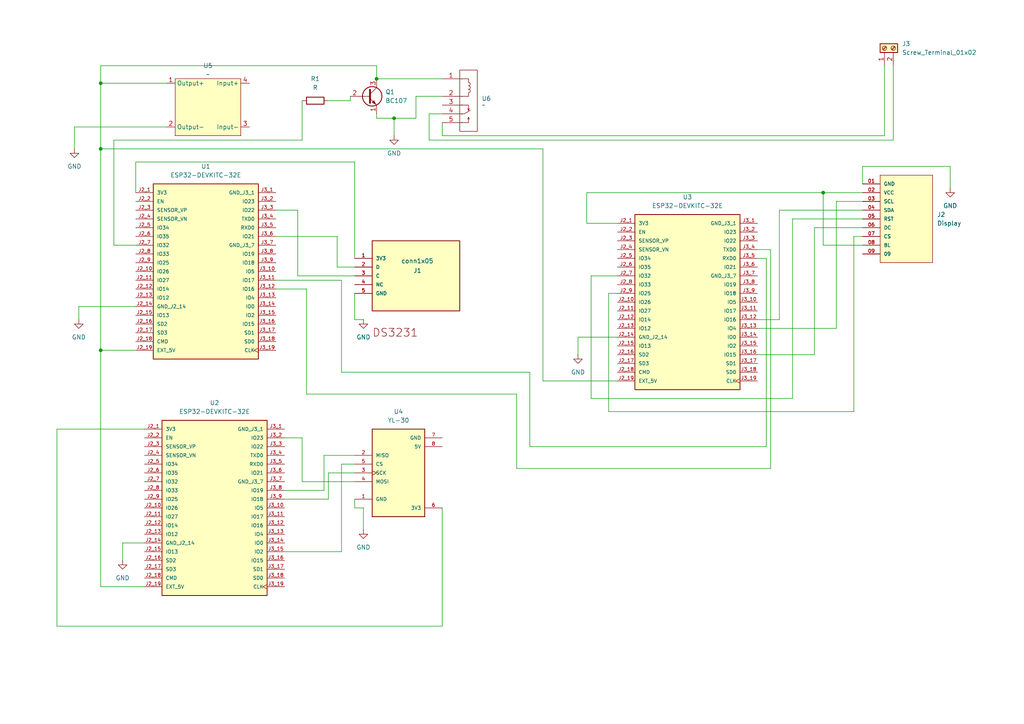
<source format=kicad_sch>
(kicad_sch
	(version 20250114)
	(generator "eeschema")
	(generator_version "9.0")
	(uuid "7af33f97-7b9d-440d-99cb-34e745a76586")
	(paper "A4")
	(title_block
		(title "Schèma d'acquisition des données")
		(rev "1/1")
		(company "UCO Electric Racing Team")
		(comment 1 "Achraf JDIDI")
	)
	(lib_symbols
		(symbol "Connector:Screw_Terminal_01x02"
			(pin_names
				(offset 1.016)
				(hide yes)
			)
			(exclude_from_sim no)
			(in_bom yes)
			(on_board yes)
			(property "Reference" "J"
				(at 0 2.54 0)
				(effects
					(font
						(size 1.27 1.27)
					)
				)
			)
			(property "Value" "Screw_Terminal_01x02"
				(at 0 -5.08 0)
				(effects
					(font
						(size 1.27 1.27)
					)
				)
			)
			(property "Footprint" ""
				(at 0 0 0)
				(effects
					(font
						(size 1.27 1.27)
					)
					(hide yes)
				)
			)
			(property "Datasheet" "~"
				(at 0 0 0)
				(effects
					(font
						(size 1.27 1.27)
					)
					(hide yes)
				)
			)
			(property "Description" "Generic screw terminal, single row, 01x02, script generated (kicad-library-utils/schlib/autogen/connector/)"
				(at 0 0 0)
				(effects
					(font
						(size 1.27 1.27)
					)
					(hide yes)
				)
			)
			(property "ki_keywords" "screw terminal"
				(at 0 0 0)
				(effects
					(font
						(size 1.27 1.27)
					)
					(hide yes)
				)
			)
			(property "ki_fp_filters" "TerminalBlock*:*"
				(at 0 0 0)
				(effects
					(font
						(size 1.27 1.27)
					)
					(hide yes)
				)
			)
			(symbol "Screw_Terminal_01x02_1_1"
				(rectangle
					(start -1.27 1.27)
					(end 1.27 -3.81)
					(stroke
						(width 0.254)
						(type default)
					)
					(fill
						(type background)
					)
				)
				(polyline
					(pts
						(xy -0.5334 0.3302) (xy 0.3302 -0.508)
					)
					(stroke
						(width 0.1524)
						(type default)
					)
					(fill
						(type none)
					)
				)
				(polyline
					(pts
						(xy -0.5334 -2.2098) (xy 0.3302 -3.048)
					)
					(stroke
						(width 0.1524)
						(type default)
					)
					(fill
						(type none)
					)
				)
				(polyline
					(pts
						(xy -0.3556 0.508) (xy 0.508 -0.3302)
					)
					(stroke
						(width 0.1524)
						(type default)
					)
					(fill
						(type none)
					)
				)
				(polyline
					(pts
						(xy -0.3556 -2.032) (xy 0.508 -2.8702)
					)
					(stroke
						(width 0.1524)
						(type default)
					)
					(fill
						(type none)
					)
				)
				(circle
					(center 0 0)
					(radius 0.635)
					(stroke
						(width 0.1524)
						(type default)
					)
					(fill
						(type none)
					)
				)
				(circle
					(center 0 -2.54)
					(radius 0.635)
					(stroke
						(width 0.1524)
						(type default)
					)
					(fill
						(type none)
					)
				)
				(pin passive line
					(at -5.08 0 0)
					(length 3.81)
					(name "Pin_1"
						(effects
							(font
								(size 1.27 1.27)
							)
						)
					)
					(number "1"
						(effects
							(font
								(size 1.27 1.27)
							)
						)
					)
				)
				(pin passive line
					(at -5.08 -2.54 0)
					(length 3.81)
					(name "Pin_2"
						(effects
							(font
								(size 1.27 1.27)
							)
						)
					)
					(number "2"
						(effects
							(font
								(size 1.27 1.27)
							)
						)
					)
				)
			)
			(embedded_fonts no)
		)
		(symbol "Device:R"
			(pin_numbers
				(hide yes)
			)
			(pin_names
				(offset 0)
			)
			(exclude_from_sim no)
			(in_bom yes)
			(on_board yes)
			(property "Reference" "R"
				(at 2.032 0 90)
				(effects
					(font
						(size 1.27 1.27)
					)
				)
			)
			(property "Value" "R"
				(at 0 0 90)
				(effects
					(font
						(size 1.27 1.27)
					)
				)
			)
			(property "Footprint" ""
				(at -1.778 0 90)
				(effects
					(font
						(size 1.27 1.27)
					)
					(hide yes)
				)
			)
			(property "Datasheet" "~"
				(at 0 0 0)
				(effects
					(font
						(size 1.27 1.27)
					)
					(hide yes)
				)
			)
			(property "Description" "Resistor"
				(at 0 0 0)
				(effects
					(font
						(size 1.27 1.27)
					)
					(hide yes)
				)
			)
			(property "ki_keywords" "R res resistor"
				(at 0 0 0)
				(effects
					(font
						(size 1.27 1.27)
					)
					(hide yes)
				)
			)
			(property "ki_fp_filters" "R_*"
				(at 0 0 0)
				(effects
					(font
						(size 1.27 1.27)
					)
					(hide yes)
				)
			)
			(symbol "R_0_1"
				(rectangle
					(start -1.016 -2.54)
					(end 1.016 2.54)
					(stroke
						(width 0.254)
						(type default)
					)
					(fill
						(type none)
					)
				)
			)
			(symbol "R_1_1"
				(pin passive line
					(at 0 3.81 270)
					(length 1.27)
					(name "~"
						(effects
							(font
								(size 1.27 1.27)
							)
						)
					)
					(number "1"
						(effects
							(font
								(size 1.27 1.27)
							)
						)
					)
				)
				(pin passive line
					(at 0 -3.81 90)
					(length 1.27)
					(name "~"
						(effects
							(font
								(size 1.27 1.27)
							)
						)
					)
					(number "2"
						(effects
							(font
								(size 1.27 1.27)
							)
						)
					)
				)
			)
			(embedded_fonts no)
		)
		(symbol "ESP32-DEVKITC-32E:ESP32-DEVKITC-32E"
			(pin_names
				(offset 1.016)
			)
			(exclude_from_sim no)
			(in_bom yes)
			(on_board yes)
			(property "Reference" "U"
				(at -15.24 26.162 0)
				(effects
					(font
						(size 1.27 1.27)
					)
					(justify left bottom)
				)
			)
			(property "Value" "ESP32-DEVKITC-32E"
				(at -15.24 -27.94 0)
				(effects
					(font
						(size 1.27 1.27)
					)
					(justify left bottom)
				)
			)
			(property "Footprint" "MODULE_ESP32-DEVKITC-32E"
				(at 0 0 0)
				(effects
					(font
						(size 1.27 1.27)
					)
					(justify left bottom)
					(hide yes)
				)
			)
			(property "Datasheet" ""
				(at 0 0 0)
				(effects
					(font
						(size 1.27 1.27)
					)
					(justify left bottom)
					(hide yes)
				)
			)
			(property "Description" ""
				(at 0 0 0)
				(effects
					(font
						(size 1.27 1.27)
					)
					(hide yes)
				)
			)
			(property "MF" "Espressif Systems"
				(at 0 0 0)
				(effects
					(font
						(size 1.27 1.27)
					)
					(justify left bottom)
					(hide yes)
				)
			)
			(property "Description_1" "\\n                        \\n                            The ESP32-DEVKITC-32E transceiver evaluation board from Espressif Systems is a powerful development tool for wireless communication technologies. It supports 802.11 b/g/n Wi-Fi and Bluetooth® Smart Ready 4.x (BLE) dual-mode at 2.4GHz, making it ideal for a variety of IoT applications. Equipped with a PCB antenna and 4MB flash, this board provides reliable connectivity and ample memory for developing and testing RF, RFID, and wireless solutions.\\n                        \\n"
				(at 0 0 0)
				(effects
					(font
						(size 1.27 1.27)
					)
					(justify left bottom)
					(hide yes)
				)
			)
			(property "Package" "None"
				(at 0 0 0)
				(effects
					(font
						(size 1.27 1.27)
					)
					(justify left bottom)
					(hide yes)
				)
			)
			(property "Price" "None"
				(at 0 0 0)
				(effects
					(font
						(size 1.27 1.27)
					)
					(justify left bottom)
					(hide yes)
				)
			)
			(property "Check_prices" "https://www.snapeda.com/parts/ESP32-DEVKITC-32E/Espressif+Systems/view-part/?ref=eda"
				(at 0 0 0)
				(effects
					(font
						(size 1.27 1.27)
					)
					(justify left bottom)
					(hide yes)
				)
			)
			(property "STANDARD" "Manufacturer Recommendations"
				(at 0 0 0)
				(effects
					(font
						(size 1.27 1.27)
					)
					(justify left bottom)
					(hide yes)
				)
			)
			(property "PARTREV" "1.4"
				(at 0 0 0)
				(effects
					(font
						(size 1.27 1.27)
					)
					(justify left bottom)
					(hide yes)
				)
			)
			(property "SnapEDA_Link" "https://www.snapeda.com/parts/ESP32-DEVKITC-32E/Espressif+Systems/view-part/?ref=snap"
				(at 0 0 0)
				(effects
					(font
						(size 1.27 1.27)
					)
					(justify left bottom)
					(hide yes)
				)
			)
			(property "MP" "ESP32-DEVKITC-32E"
				(at 0 0 0)
				(effects
					(font
						(size 1.27 1.27)
					)
					(justify left bottom)
					(hide yes)
				)
			)
			(property "Availability" "In Stock"
				(at 0 0 0)
				(effects
					(font
						(size 1.27 1.27)
					)
					(justify left bottom)
					(hide yes)
				)
			)
			(property "MANUFACTURER" "Espressif Systems"
				(at 0 0 0)
				(effects
					(font
						(size 1.27 1.27)
					)
					(justify left bottom)
					(hide yes)
				)
			)
			(property "ki_locked" ""
				(at 0 0 0)
				(effects
					(font
						(size 1.27 1.27)
					)
				)
			)
			(symbol "ESP32-DEVKITC-32E_0_0"
				(rectangle
					(start -15.24 -25.4)
					(end 15.24 25.4)
					(stroke
						(width 0.254)
						(type solid)
					)
					(fill
						(type background)
					)
				)
				(pin power_in line
					(at -20.32 22.86 0)
					(length 5.08)
					(name "3V3"
						(effects
							(font
								(size 1.016 1.016)
							)
						)
					)
					(number "J2_1"
						(effects
							(font
								(size 1.016 1.016)
							)
						)
					)
				)
				(pin input line
					(at -20.32 20.32 0)
					(length 5.08)
					(name "EN"
						(effects
							(font
								(size 1.016 1.016)
							)
						)
					)
					(number "J2_2"
						(effects
							(font
								(size 1.016 1.016)
							)
						)
					)
				)
				(pin bidirectional line
					(at -20.32 17.78 0)
					(length 5.08)
					(name "SENSOR_VP"
						(effects
							(font
								(size 1.016 1.016)
							)
						)
					)
					(number "J2_3"
						(effects
							(font
								(size 1.016 1.016)
							)
						)
					)
				)
				(pin bidirectional line
					(at -20.32 15.24 0)
					(length 5.08)
					(name "SENSOR_VN"
						(effects
							(font
								(size 1.016 1.016)
							)
						)
					)
					(number "J2_4"
						(effects
							(font
								(size 1.016 1.016)
							)
						)
					)
				)
				(pin bidirectional line
					(at -20.32 12.7 0)
					(length 5.08)
					(name "IO34"
						(effects
							(font
								(size 1.016 1.016)
							)
						)
					)
					(number "J2_5"
						(effects
							(font
								(size 1.016 1.016)
							)
						)
					)
				)
				(pin bidirectional line
					(at -20.32 10.16 0)
					(length 5.08)
					(name "IO35"
						(effects
							(font
								(size 1.016 1.016)
							)
						)
					)
					(number "J2_6"
						(effects
							(font
								(size 1.016 1.016)
							)
						)
					)
				)
				(pin bidirectional line
					(at -20.32 7.62 0)
					(length 5.08)
					(name "IO32"
						(effects
							(font
								(size 1.016 1.016)
							)
						)
					)
					(number "J2_7"
						(effects
							(font
								(size 1.016 1.016)
							)
						)
					)
				)
				(pin bidirectional line
					(at -20.32 5.08 0)
					(length 5.08)
					(name "IO33"
						(effects
							(font
								(size 1.016 1.016)
							)
						)
					)
					(number "J2_8"
						(effects
							(font
								(size 1.016 1.016)
							)
						)
					)
				)
				(pin bidirectional line
					(at -20.32 2.54 0)
					(length 5.08)
					(name "IO25"
						(effects
							(font
								(size 1.016 1.016)
							)
						)
					)
					(number "J2_9"
						(effects
							(font
								(size 1.016 1.016)
							)
						)
					)
				)
				(pin bidirectional line
					(at -20.32 0 0)
					(length 5.08)
					(name "IO26"
						(effects
							(font
								(size 1.016 1.016)
							)
						)
					)
					(number "J2_10"
						(effects
							(font
								(size 1.016 1.016)
							)
						)
					)
				)
				(pin bidirectional line
					(at -20.32 -2.54 0)
					(length 5.08)
					(name "IO27"
						(effects
							(font
								(size 1.016 1.016)
							)
						)
					)
					(number "J2_11"
						(effects
							(font
								(size 1.016 1.016)
							)
						)
					)
				)
				(pin bidirectional line
					(at -20.32 -5.08 0)
					(length 5.08)
					(name "IO14"
						(effects
							(font
								(size 1.016 1.016)
							)
						)
					)
					(number "J2_12"
						(effects
							(font
								(size 1.016 1.016)
							)
						)
					)
				)
				(pin bidirectional line
					(at -20.32 -7.62 0)
					(length 5.08)
					(name "IO12"
						(effects
							(font
								(size 1.016 1.016)
							)
						)
					)
					(number "J2_13"
						(effects
							(font
								(size 1.016 1.016)
							)
						)
					)
				)
				(pin power_in line
					(at -20.32 -10.16 0)
					(length 5.08)
					(name "GND_J2_14"
						(effects
							(font
								(size 1.016 1.016)
							)
						)
					)
					(number "J2_14"
						(effects
							(font
								(size 1.016 1.016)
							)
						)
					)
				)
				(pin bidirectional line
					(at -20.32 -12.7 0)
					(length 5.08)
					(name "IO13"
						(effects
							(font
								(size 1.016 1.016)
							)
						)
					)
					(number "J2_15"
						(effects
							(font
								(size 1.016 1.016)
							)
						)
					)
				)
				(pin bidirectional line
					(at -20.32 -15.24 0)
					(length 5.08)
					(name "SD2"
						(effects
							(font
								(size 1.016 1.016)
							)
						)
					)
					(number "J2_16"
						(effects
							(font
								(size 1.016 1.016)
							)
						)
					)
				)
				(pin bidirectional line
					(at -20.32 -17.78 0)
					(length 5.08)
					(name "SD3"
						(effects
							(font
								(size 1.016 1.016)
							)
						)
					)
					(number "J2_17"
						(effects
							(font
								(size 1.016 1.016)
							)
						)
					)
				)
				(pin bidirectional line
					(at -20.32 -20.32 0)
					(length 5.08)
					(name "CMD"
						(effects
							(font
								(size 1.016 1.016)
							)
						)
					)
					(number "J2_18"
						(effects
							(font
								(size 1.016 1.016)
							)
						)
					)
				)
				(pin power_in line
					(at -20.32 -22.86 0)
					(length 5.08)
					(name "EXT_5V"
						(effects
							(font
								(size 1.016 1.016)
							)
						)
					)
					(number "J2_19"
						(effects
							(font
								(size 1.016 1.016)
							)
						)
					)
				)
				(pin power_in line
					(at 20.32 22.86 180)
					(length 5.08)
					(name "GND_J3_1"
						(effects
							(font
								(size 1.016 1.016)
							)
						)
					)
					(number "J3_1"
						(effects
							(font
								(size 1.016 1.016)
							)
						)
					)
				)
				(pin bidirectional line
					(at 20.32 20.32 180)
					(length 5.08)
					(name "IO23"
						(effects
							(font
								(size 1.016 1.016)
							)
						)
					)
					(number "J3_2"
						(effects
							(font
								(size 1.016 1.016)
							)
						)
					)
				)
				(pin bidirectional line
					(at 20.32 17.78 180)
					(length 5.08)
					(name "IO22"
						(effects
							(font
								(size 1.016 1.016)
							)
						)
					)
					(number "J3_3"
						(effects
							(font
								(size 1.016 1.016)
							)
						)
					)
				)
				(pin bidirectional line
					(at 20.32 15.24 180)
					(length 5.08)
					(name "TXD0"
						(effects
							(font
								(size 1.016 1.016)
							)
						)
					)
					(number "J3_4"
						(effects
							(font
								(size 1.016 1.016)
							)
						)
					)
				)
				(pin bidirectional line
					(at 20.32 12.7 180)
					(length 5.08)
					(name "RXD0"
						(effects
							(font
								(size 1.016 1.016)
							)
						)
					)
					(number "J3_5"
						(effects
							(font
								(size 1.016 1.016)
							)
						)
					)
				)
				(pin bidirectional line
					(at 20.32 10.16 180)
					(length 5.08)
					(name "IO21"
						(effects
							(font
								(size 1.016 1.016)
							)
						)
					)
					(number "J3_6"
						(effects
							(font
								(size 1.016 1.016)
							)
						)
					)
				)
				(pin power_in line
					(at 20.32 7.62 180)
					(length 5.08)
					(name "GND_J3_7"
						(effects
							(font
								(size 1.016 1.016)
							)
						)
					)
					(number "J3_7"
						(effects
							(font
								(size 1.016 1.016)
							)
						)
					)
				)
				(pin bidirectional line
					(at 20.32 5.08 180)
					(length 5.08)
					(name "IO19"
						(effects
							(font
								(size 1.016 1.016)
							)
						)
					)
					(number "J3_8"
						(effects
							(font
								(size 1.016 1.016)
							)
						)
					)
				)
				(pin bidirectional line
					(at 20.32 2.54 180)
					(length 5.08)
					(name "IO18"
						(effects
							(font
								(size 1.016 1.016)
							)
						)
					)
					(number "J3_9"
						(effects
							(font
								(size 1.016 1.016)
							)
						)
					)
				)
				(pin bidirectional line
					(at 20.32 0 180)
					(length 5.08)
					(name "IO5"
						(effects
							(font
								(size 1.016 1.016)
							)
						)
					)
					(number "J3_10"
						(effects
							(font
								(size 1.016 1.016)
							)
						)
					)
				)
				(pin bidirectional line
					(at 20.32 -2.54 180)
					(length 5.08)
					(name "IO17"
						(effects
							(font
								(size 1.016 1.016)
							)
						)
					)
					(number "J3_11"
						(effects
							(font
								(size 1.016 1.016)
							)
						)
					)
				)
				(pin bidirectional line
					(at 20.32 -5.08 180)
					(length 5.08)
					(name "IO16"
						(effects
							(font
								(size 1.016 1.016)
							)
						)
					)
					(number "J3_12"
						(effects
							(font
								(size 1.016 1.016)
							)
						)
					)
				)
				(pin bidirectional line
					(at 20.32 -7.62 180)
					(length 5.08)
					(name "IO4"
						(effects
							(font
								(size 1.016 1.016)
							)
						)
					)
					(number "J3_13"
						(effects
							(font
								(size 1.016 1.016)
							)
						)
					)
				)
				(pin bidirectional line
					(at 20.32 -10.16 180)
					(length 5.08)
					(name "IO0"
						(effects
							(font
								(size 1.016 1.016)
							)
						)
					)
					(number "J3_14"
						(effects
							(font
								(size 1.016 1.016)
							)
						)
					)
				)
				(pin bidirectional line
					(at 20.32 -12.7 180)
					(length 5.08)
					(name "IO2"
						(effects
							(font
								(size 1.016 1.016)
							)
						)
					)
					(number "J3_15"
						(effects
							(font
								(size 1.016 1.016)
							)
						)
					)
				)
				(pin bidirectional line
					(at 20.32 -15.24 180)
					(length 5.08)
					(name "IO15"
						(effects
							(font
								(size 1.016 1.016)
							)
						)
					)
					(number "J3_16"
						(effects
							(font
								(size 1.016 1.016)
							)
						)
					)
				)
				(pin bidirectional line
					(at 20.32 -17.78 180)
					(length 5.08)
					(name "SD1"
						(effects
							(font
								(size 1.016 1.016)
							)
						)
					)
					(number "J3_17"
						(effects
							(font
								(size 1.016 1.016)
							)
						)
					)
				)
				(pin bidirectional line
					(at 20.32 -20.32 180)
					(length 5.08)
					(name "SD0"
						(effects
							(font
								(size 1.016 1.016)
							)
						)
					)
					(number "J3_18"
						(effects
							(font
								(size 1.016 1.016)
							)
						)
					)
				)
				(pin bidirectional clock
					(at 20.32 -22.86 180)
					(length 5.08)
					(name "CLK"
						(effects
							(font
								(size 1.016 1.016)
							)
						)
					)
					(number "J3_19"
						(effects
							(font
								(size 1.016 1.016)
							)
						)
					)
				)
			)
			(embedded_fonts no)
		)
		(symbol "ESQ-109-33-G-S:ESQ-109-33-G-S"
			(pin_names
				(offset 1.016)
			)
			(exclude_from_sim no)
			(in_bom yes)
			(on_board yes)
			(property "Reference" "J2"
				(at 8.89 1.2701 0)
				(effects
					(font
						(size 1.27 1.27)
					)
					(justify left)
				)
			)
			(property "Value" "Display"
				(at 8.89 -1.2699 0)
				(effects
					(font
						(size 1.27 1.27)
					)
					(justify left)
				)
			)
			(property "Footprint" "ESQ-109-33-G-S:SAMTEC_ESQ-109-33-G-S"
				(at 0 0 0)
				(effects
					(font
						(size 1.27 1.27)
					)
					(justify bottom)
					(hide yes)
				)
			)
			(property "Datasheet" ""
				(at 0 0 0)
				(effects
					(font
						(size 1.27 1.27)
					)
					(hide yes)
				)
			)
			(property "Description" ""
				(at 0 0 0)
				(effects
					(font
						(size 1.27 1.27)
					)
					(hide yes)
				)
			)
			(property "MF" "Samtec"
				(at 0 0 0)
				(effects
					(font
						(size 1.27 1.27)
					)
					(justify bottom)
					(hide yes)
				)
			)
			(property "Description_1" "9 Position Elevated Socket Connector  Through Hole"
				(at 0 0 0)
				(effects
					(font
						(size 1.27 1.27)
					)
					(justify bottom)
					(hide yes)
				)
			)
			(property "Package" "None"
				(at 0 0 0)
				(effects
					(font
						(size 1.27 1.27)
					)
					(justify bottom)
					(hide yes)
				)
			)
			(property "Price" "None"
				(at 0 0 0)
				(effects
					(font
						(size 1.27 1.27)
					)
					(justify bottom)
					(hide yes)
				)
			)
			(property "Check_prices" "https://www.snapeda.com/parts/ESQ-109-33-G-S/Samtec/view-part/?ref=eda"
				(at 0 0 0)
				(effects
					(font
						(size 1.27 1.27)
					)
					(justify bottom)
					(hide yes)
				)
			)
			(property "STANDARD" "Manufacturer Recommendations"
				(at 0 0 0)
				(effects
					(font
						(size 1.27 1.27)
					)
					(justify bottom)
					(hide yes)
				)
			)
			(property "PARTREV" "R"
				(at 0 0 0)
				(effects
					(font
						(size 1.27 1.27)
					)
					(justify bottom)
					(hide yes)
				)
			)
			(property "SnapEDA_Link" "https://www.snapeda.com/parts/ESQ-109-33-G-S/Samtec/view-part/?ref=snap"
				(at 0 0 0)
				(effects
					(font
						(size 1.27 1.27)
					)
					(justify bottom)
					(hide yes)
				)
			)
			(property "MP" "ESQ-109-33-G-S"
				(at 0 0 0)
				(effects
					(font
						(size 1.27 1.27)
					)
					(justify bottom)
					(hide yes)
				)
			)
			(property "Availability" "In Stock"
				(at 0 0 0)
				(effects
					(font
						(size 1.27 1.27)
					)
					(justify bottom)
					(hide yes)
				)
			)
			(property "MANUFACTURER" "Samtec"
				(at 0 0 0)
				(effects
					(font
						(size 1.27 1.27)
					)
					(justify bottom)
					(hide yes)
				)
			)
			(symbol "ESQ-109-33-G-S_0_0"
				(pin passive line
					(at -12.7 -10.16 0)
					(length 5.08)
					(name "09"
						(effects
							(font
								(size 1.016 1.016)
							)
						)
					)
					(number "09"
						(effects
							(font
								(size 1.016 1.016)
							)
						)
					)
				)
			)
			(symbol "ESQ-109-33-G-S_1_0"
				(rectangle
					(start -7.62 12.7)
					(end 7.62 -12.7)
					(stroke
						(width 0)
						(type solid)
					)
					(fill
						(type background)
					)
				)
				(pin passive line
					(at -12.7 10.16 0)
					(length 5.08)
					(name "GND"
						(effects
							(font
								(size 1.016 1.016)
							)
						)
					)
					(number "01"
						(effects
							(font
								(size 1.016 1.016)
							)
						)
					)
				)
				(pin passive line
					(at -12.7 7.62 0)
					(length 5.08)
					(name "VCC"
						(effects
							(font
								(size 1.016 1.016)
							)
						)
					)
					(number "02"
						(effects
							(font
								(size 1.016 1.016)
							)
						)
					)
				)
				(pin passive line
					(at -12.7 5.08 0)
					(length 5.08)
					(name "SCL"
						(effects
							(font
								(size 1.016 1.016)
							)
						)
					)
					(number "03"
						(effects
							(font
								(size 1.016 1.016)
							)
						)
					)
				)
				(pin passive line
					(at -12.7 2.54 0)
					(length 5.08)
					(name "SDA"
						(effects
							(font
								(size 1.016 1.016)
							)
						)
					)
					(number "04"
						(effects
							(font
								(size 1.016 1.016)
							)
						)
					)
				)
				(pin passive line
					(at -12.7 0 0)
					(length 5.08)
					(name "RST"
						(effects
							(font
								(size 1.016 1.016)
							)
						)
					)
					(number "05"
						(effects
							(font
								(size 1.016 1.016)
							)
						)
					)
				)
				(pin passive line
					(at -12.7 -2.54 0)
					(length 5.08)
					(name "DC"
						(effects
							(font
								(size 1.016 1.016)
							)
						)
					)
					(number "06"
						(effects
							(font
								(size 1.016 1.016)
							)
						)
					)
				)
				(pin passive line
					(at -12.7 -5.08 0)
					(length 5.08)
					(name "CS"
						(effects
							(font
								(size 1.016 1.016)
							)
						)
					)
					(number "07"
						(effects
							(font
								(size 1.016 1.016)
							)
						)
					)
				)
				(pin passive line
					(at -12.7 -7.62 0)
					(length 5.08)
					(name "BL"
						(effects
							(font
								(size 1.016 1.016)
							)
						)
					)
					(number "08"
						(effects
							(font
								(size 1.016 1.016)
							)
						)
					)
				)
			)
			(embedded_fonts no)
		)
		(symbol "LM96:LM2596_module"
			(exclude_from_sim no)
			(in_bom yes)
			(on_board yes)
			(property "Reference" "U"
				(at 0 0 0)
				(effects
					(font
						(size 1.27 1.27)
					)
				)
			)
			(property "Value" ""
				(at 0 0 0)
				(effects
					(font
						(size 1.27 1.27)
					)
				)
			)
			(property "Footprint" ""
				(at 0 0 0)
				(effects
					(font
						(size 1.27 1.27)
					)
					(hide yes)
				)
			)
			(property "Datasheet" ""
				(at 0 0 0)
				(effects
					(font
						(size 1.27 1.27)
					)
					(hide yes)
				)
			)
			(property "Description" ""
				(at 0 0 0)
				(effects
					(font
						(size 1.27 1.27)
					)
					(hide yes)
				)
			)
			(symbol "LM2596_module_1_1"
				(rectangle
					(start -8.89 7.62)
					(end 10.16 -8.89)
					(stroke
						(width 0)
						(type solid)
					)
					(fill
						(type background)
					)
				)
				(pin output line
					(at -11.43 6.35 0)
					(length 2.54)
					(name "Output+"
						(effects
							(font
								(size 1.27 1.27)
							)
						)
					)
					(number "1"
						(effects
							(font
								(size 1.27 1.27)
							)
						)
					)
				)
				(pin output line
					(at -11.43 -6.35 0)
					(length 2.54)
					(name "Output-"
						(effects
							(font
								(size 1.27 1.27)
							)
						)
					)
					(number "2"
						(effects
							(font
								(size 1.27 1.27)
							)
						)
					)
				)
				(pin input line
					(at 12.7 6.35 180)
					(length 2.54)
					(name "Input+"
						(effects
							(font
								(size 1.27 1.27)
							)
						)
					)
					(number "4"
						(effects
							(font
								(size 1.27 1.27)
							)
						)
					)
				)
				(pin input line
					(at 12.7 -6.35 180)
					(length 2.54)
					(name "Input-"
						(effects
							(font
								(size 1.27 1.27)
							)
						)
					)
					(number "3"
						(effects
							(font
								(size 1.27 1.27)
							)
						)
					)
				)
			)
			(embedded_fonts no)
		)
		(symbol "New_Library:YL-30"
			(pin_names
				(offset 1.016)
			)
			(exclude_from_sim no)
			(in_bom yes)
			(on_board yes)
			(property "Reference" "U"
				(at -7.62 13.462 0)
				(effects
					(font
						(size 1.27 1.27)
					)
					(justify left bottom)
				)
			)
			(property "Value" "YL-30"
				(at -7.62 -15.24 0)
				(effects
					(font
						(size 1.27 1.27)
					)
					(justify left bottom)
				)
			)
			(property "Footprint" "254:MODULE_254"
				(at 1.27 -19.558 0)
				(effects
					(font
						(size 1.27 1.27)
					)
					(justify bottom)
					(hide yes)
				)
			)
			(property "Datasheet" ""
				(at 0 0 0)
				(effects
					(font
						(size 1.27 1.27)
					)
					(hide yes)
				)
			)
			(property "Description" ""
				(at 0 0 0)
				(effects
					(font
						(size 1.27 1.27)
					)
					(hide yes)
				)
			)
			(property "DigiKey_Part_Number" ""
				(at 0 0 0)
				(effects
					(font
						(size 1.27 1.27)
					)
					(justify bottom)
					(hide yes)
				)
			)
			(property "SnapEDA_Link" "https://www.snapeda.com/parts/254/Adafruit+Industries/view-part/?ref=snap"
				(at -0.254 -22.352 0)
				(effects
					(font
						(size 1.27 1.27)
					)
					(justify bottom)
					(hide yes)
				)
			)
			(property "MAXIMUM_PACKAGE_HEIGHT" "3.75 mm"
				(at 1.27 -19.558 0)
				(effects
					(font
						(size 1.27 1.27)
					)
					(justify bottom)
					(hide yes)
				)
			)
			(property "Package" "NON STANDARD Adafruit"
				(at 0.762 -16.002 0)
				(effects
					(font
						(size 1.27 1.27)
					)
					(justify bottom)
					(hide yes)
				)
			)
			(property "Check_prices" "https://www.snapeda.com/parts/254/Adafruit+Industries/view-part/?ref=eda"
				(at 3.048 -19.304 0)
				(effects
					(font
						(size 1.27 1.27)
					)
					(justify bottom)
					(hide yes)
				)
			)
			(property "STANDARD" "Manufacturer Recommendations"
				(at 0.254 -22.098 0)
				(effects
					(font
						(size 1.27 1.27)
					)
					(justify bottom)
					(hide yes)
				)
			)
			(property "PARTREV" "Jul 31, 2013"
				(at 4.064 -18.034 0)
				(effects
					(font
						(size 1.27 1.27)
					)
					(justify bottom)
					(hide yes)
				)
			)
			(property "MF" "Adafruit"
				(at 1.27 -19.558 0)
				(effects
					(font
						(size 1.27 1.27)
					)
					(justify bottom)
					(hide yes)
				)
			)
			(property "MP" "254"
				(at 0 0 0)
				(effects
					(font
						(size 1.27 1.27)
					)
					(justify bottom)
					(hide yes)
				)
			)
			(property "Description_1" "MicroSD card breakout board+ | Adafruit Industries 254"
				(at -0.762 -16.51 0)
				(effects
					(font
						(size 1.27 1.27)
					)
					(justify bottom)
					(hide yes)
				)
			)
			(property "MANUFACTURER" "Adafruit Industries"
				(at 1.27 -19.558 0)
				(effects
					(font
						(size 1.27 1.27)
					)
					(justify bottom)
					(hide yes)
				)
			)
			(symbol "YL-30_0_0"
				(rectangle
					(start -7.62 -12.7)
					(end 7.62 12.7)
					(stroke
						(width 0.254)
						(type default)
					)
					(fill
						(type background)
					)
				)
				(pin power_in line
					(at 12.7 7.62 180)
					(length 5.08)
					(name "5V"
						(effects
							(font
								(size 1.016 1.016)
							)
						)
					)
					(number "8"
						(effects
							(font
								(size 1.016 1.016)
							)
						)
					)
				)
			)
			(symbol "YL-30_1_0"
				(pin input line
					(at -12.7 5.08 0)
					(length 5.08)
					(name "MISO"
						(effects
							(font
								(size 1.016 1.016)
							)
						)
					)
					(number "2"
						(effects
							(font
								(size 1.016 1.016)
							)
						)
					)
				)
				(pin input line
					(at -12.7 2.54 0)
					(length 5.08)
					(name "CS"
						(effects
							(font
								(size 1.016 1.016)
							)
						)
					)
					(number "5"
						(effects
							(font
								(size 1.016 1.016)
							)
						)
					)
				)
				(pin input clock
					(at -12.7 0 0)
					(length 5.08)
					(name "SCK"
						(effects
							(font
								(size 1.016 1.016)
							)
						)
					)
					(number "3"
						(effects
							(font
								(size 1.016 1.016)
							)
						)
					)
				)
				(pin output line
					(at -12.7 -2.54 0)
					(length 5.08)
					(name "MOSI"
						(effects
							(font
								(size 1.016 1.016)
							)
						)
					)
					(number "4"
						(effects
							(font
								(size 1.016 1.016)
							)
						)
					)
				)
				(pin bidirectional line
					(at -12.7 -7.62 0)
					(length 5.08)
					(name "GND"
						(effects
							(font
								(size 1.016 1.016)
							)
						)
					)
					(number "1"
						(effects
							(font
								(size 1.016 1.016)
							)
						)
					)
				)
				(pin power_in line
					(at 12.7 10.16 180)
					(length 5.08)
					(name "GND"
						(effects
							(font
								(size 1.016 1.016)
							)
						)
					)
					(number "7"
						(effects
							(font
								(size 1.016 1.016)
							)
						)
					)
				)
				(pin power_in line
					(at 12.7 -10.16 180)
					(length 5.08)
					(name "3V3"
						(effects
							(font
								(size 1.016 1.016)
							)
						)
					)
					(number "6"
						(effects
							(font
								(size 1.016 1.016)
							)
						)
					)
				)
			)
			(embedded_fonts no)
		)
		(symbol "SAMTEC-DW-05-07-X-S-200:SAMTEC-DW-05-07-X-S-200"
			(pin_names
				(offset 1.016)
			)
			(exclude_from_sim no)
			(in_bom yes)
			(on_board yes)
			(property "Reference" "J1"
				(at 55.88 -7.8236 0)
				(effects
					(font
						(size 1.27 1.27)
					)
					(justify left)
				)
			)
			(property "Value" "conn1x05"
				(at 55.88 -10.3636 0)
				(effects
					(font
						(size 1.27 1.27)
					)
					(justify left)
				)
			)
			(property "Footprint" "SAMTEC-DW-05-07-X-S-200:SAMTEC-DW-05-07-X-S-200"
				(at 0 0 0)
				(effects
					(font
						(size 1.27 1.27)
					)
					(justify bottom)
					(hide yes)
				)
			)
			(property "Datasheet" ""
				(at 0 0 0)
				(effects
					(font
						(size 1.27 1.27)
					)
					(hide yes)
				)
			)
			(property "Description" ""
				(at 0 0 0)
				(effects
					(font
						(size 1.27 1.27)
					)
					(hide yes)
				)
			)
			(property "MF" "Samtec"
				(at 0 0 0)
				(effects
					(font
						(size 1.27 1.27)
					)
					(justify bottom)
					(hide yes)
				)
			)
			(property "Description_1" "5 Position Header Spacer Connector 0.100 (2.54mm) Tin Through Hole"
				(at 0 0 0)
				(effects
					(font
						(size 1.27 1.27)
					)
					(justify bottom)
					(hide yes)
				)
			)
			(property "Package" "None"
				(at 0 0 0)
				(effects
					(font
						(size 1.27 1.27)
					)
					(justify bottom)
					(hide yes)
				)
			)
			(property "Price" "None"
				(at 0 0 0)
				(effects
					(font
						(size 1.27 1.27)
					)
					(justify bottom)
					(hide yes)
				)
			)
			(property "SnapEDA_Link" "https://www.snapeda.com/parts/DW-05-07-T-S-200/Samtec/view-part/?ref=snap"
				(at 0 0 0)
				(effects
					(font
						(size 1.27 1.27)
					)
					(justify bottom)
					(hide yes)
				)
			)
			(property "MP" "DW-05-07-T-S-200"
				(at 0 0 0)
				(effects
					(font
						(size 1.27 1.27)
					)
					(justify bottom)
					(hide yes)
				)
			)
			(property "Availability" "In Stock"
				(at 0 0 0)
				(effects
					(font
						(size 1.27 1.27)
					)
					(justify bottom)
					(hide yes)
				)
			)
			(property "Check_prices" "https://www.snapeda.com/parts/DW-05-07-T-S-200/Samtec/view-part/?ref=eda"
				(at 0 0 0)
				(effects
					(font
						(size 1.27 1.27)
					)
					(justify bottom)
					(hide yes)
				)
			)
			(symbol "SAMTEC-DW-05-07-X-S-200_0_0"
				(rectangle
					(start 0 -15.24)
					(end 25.4 5.08)
					(stroke
						(width 0.254)
						(type default)
					)
					(fill
						(type background)
					)
				)
			)
			(symbol "SAMTEC-DW-05-07-X-S-200_1_0"
				(pin bidirectional line
					(at -5.08 0 0)
					(length 5.08)
					(name "3V3"
						(effects
							(font
								(size 1.016 1.016)
							)
						)
					)
					(number "1"
						(effects
							(font
								(size 1.016 1.016)
							)
						)
					)
				)
				(pin bidirectional line
					(at -5.08 -2.54 0)
					(length 5.08)
					(name "D"
						(effects
							(font
								(size 1.016 1.016)
							)
						)
					)
					(number "2"
						(effects
							(font
								(size 1.016 1.016)
							)
						)
					)
				)
				(pin bidirectional line
					(at -5.08 -5.08 0)
					(length 5.08)
					(name "C"
						(effects
							(font
								(size 1.016 1.016)
							)
						)
					)
					(number "3"
						(effects
							(font
								(size 1.016 1.016)
							)
						)
					)
				)
				(pin bidirectional line
					(at -5.08 -7.62 0)
					(length 5.08)
					(name "NC"
						(effects
							(font
								(size 1.016 1.016)
							)
						)
					)
					(number "4"
						(effects
							(font
								(size 1.016 1.016)
							)
						)
					)
				)
				(pin bidirectional line
					(at -5.08 -10.16 0)
					(length 5.08)
					(name "GND"
						(effects
							(font
								(size 1.016 1.016)
							)
						)
					)
					(number "5"
						(effects
							(font
								(size 1.016 1.016)
							)
						)
					)
				)
			)
			(symbol "SAMTEC-DW-05-07-X-S-200_1_1"
				(text private "C"
					(at 0 -17.78 0)
					(effects
						(font
							(size 2.286 2.286)
						)
						(justify left bottom)
					)
				)
				(text "DS3231"
					(at 0 -22.86 0)
					(effects
						(font
							(size 2.286 2.286)
						)
						(justify left bottom)
					)
				)
			)
			(embedded_fonts no)
		)
		(symbol "Transistor_BJT:BC107"
			(pin_names
				(offset 0)
				(hide yes)
			)
			(exclude_from_sim no)
			(in_bom yes)
			(on_board yes)
			(property "Reference" "Q"
				(at 5.08 1.905 0)
				(effects
					(font
						(size 1.27 1.27)
					)
					(justify left)
				)
			)
			(property "Value" "BC107"
				(at 5.08 0 0)
				(effects
					(font
						(size 1.27 1.27)
					)
					(justify left)
				)
			)
			(property "Footprint" "Package_TO_SOT_THT:TO-18-3"
				(at 5.08 -1.905 0)
				(effects
					(font
						(size 1.27 1.27)
						(italic yes)
					)
					(justify left)
					(hide yes)
				)
			)
			(property "Datasheet" "http://www.b-kainka.de/Daten/Transistor/BC108.pdf"
				(at 0 0 0)
				(effects
					(font
						(size 1.27 1.27)
					)
					(justify left)
					(hide yes)
				)
			)
			(property "Description" "0.1A Ic, 50V Vce, Low Noise General Purpose NPN Transistor, TO-18"
				(at 0 0 0)
				(effects
					(font
						(size 1.27 1.27)
					)
					(hide yes)
				)
			)
			(property "ki_keywords" "NPN low noise transistor"
				(at 0 0 0)
				(effects
					(font
						(size 1.27 1.27)
					)
					(hide yes)
				)
			)
			(property "ki_fp_filters" "TO?18*"
				(at 0 0 0)
				(effects
					(font
						(size 1.27 1.27)
					)
					(hide yes)
				)
			)
			(symbol "BC107_0_1"
				(polyline
					(pts
						(xy -2.54 0) (xy 0.635 0)
					)
					(stroke
						(width 0)
						(type default)
					)
					(fill
						(type none)
					)
				)
				(polyline
					(pts
						(xy 0.635 1.905) (xy 0.635 -1.905)
					)
					(stroke
						(width 0.508)
						(type default)
					)
					(fill
						(type none)
					)
				)
				(circle
					(center 1.27 0)
					(radius 2.8194)
					(stroke
						(width 0.254)
						(type default)
					)
					(fill
						(type none)
					)
				)
			)
			(symbol "BC107_1_1"
				(polyline
					(pts
						(xy 0.635 0.635) (xy 2.54 2.54)
					)
					(stroke
						(width 0)
						(type default)
					)
					(fill
						(type none)
					)
				)
				(polyline
					(pts
						(xy 0.635 -0.635) (xy 2.54 -2.54)
					)
					(stroke
						(width 0)
						(type default)
					)
					(fill
						(type none)
					)
				)
				(polyline
					(pts
						(xy 1.27 -1.778) (xy 1.778 -1.27) (xy 2.286 -2.286) (xy 1.27 -1.778)
					)
					(stroke
						(width 0)
						(type default)
					)
					(fill
						(type outline)
					)
				)
				(pin input line
					(at -5.08 0 0)
					(length 2.54)
					(name "B"
						(effects
							(font
								(size 1.27 1.27)
							)
						)
					)
					(number "2"
						(effects
							(font
								(size 1.27 1.27)
							)
						)
					)
				)
				(pin passive line
					(at 2.54 5.08 270)
					(length 2.54)
					(name "C"
						(effects
							(font
								(size 1.27 1.27)
							)
						)
					)
					(number "3"
						(effects
							(font
								(size 1.27 1.27)
							)
						)
					)
				)
				(pin passive line
					(at 2.54 -5.08 90)
					(length 2.54)
					(name "E"
						(effects
							(font
								(size 1.27 1.27)
							)
						)
					)
					(number "1"
						(effects
							(font
								(size 1.27 1.27)
							)
						)
					)
				)
			)
			(embedded_fonts no)
		)
		(symbol "power:GND"
			(power)
			(pin_numbers
				(hide yes)
			)
			(pin_names
				(offset 0)
				(hide yes)
			)
			(exclude_from_sim no)
			(in_bom yes)
			(on_board yes)
			(property "Reference" "#PWR"
				(at 0 -6.35 0)
				(effects
					(font
						(size 1.27 1.27)
					)
					(hide yes)
				)
			)
			(property "Value" "GND"
				(at 0 -3.81 0)
				(effects
					(font
						(size 1.27 1.27)
					)
				)
			)
			(property "Footprint" ""
				(at 0 0 0)
				(effects
					(font
						(size 1.27 1.27)
					)
					(hide yes)
				)
			)
			(property "Datasheet" ""
				(at 0 0 0)
				(effects
					(font
						(size 1.27 1.27)
					)
					(hide yes)
				)
			)
			(property "Description" "Power symbol creates a global label with name \"GND\" , ground"
				(at 0 0 0)
				(effects
					(font
						(size 1.27 1.27)
					)
					(hide yes)
				)
			)
			(property "ki_keywords" "global power"
				(at 0 0 0)
				(effects
					(font
						(size 1.27 1.27)
					)
					(hide yes)
				)
			)
			(symbol "GND_0_1"
				(polyline
					(pts
						(xy 0 0) (xy 0 -1.27) (xy 1.27 -1.27) (xy 0 -2.54) (xy -1.27 -1.27) (xy 0 -1.27)
					)
					(stroke
						(width 0)
						(type default)
					)
					(fill
						(type none)
					)
				)
			)
			(symbol "GND_1_1"
				(pin power_in line
					(at 0 0 270)
					(length 0)
					(name "~"
						(effects
							(font
								(size 1.27 1.27)
							)
						)
					)
					(number "1"
						(effects
							(font
								(size 1.27 1.27)
							)
						)
					)
				)
			)
			(embedded_fonts no)
		)
		(symbol "relais:HF41F/5-ZS_C9900006963"
			(exclude_from_sim no)
			(in_bom yes)
			(on_board yes)
			(property "Reference" "U"
				(at 0 0 0)
				(effects
					(font
						(size 1.27 1.27)
					)
				)
			)
			(property "Value" ""
				(at 0 0 0)
				(effects
					(font
						(size 1.27 1.27)
					)
				)
			)
			(property "Footprint" "relais:RELAY-TH_HF41F-X-ZS_C9900006963"
				(at 0 0 0)
				(effects
					(font
						(size 1.27 1.27)
					)
					(hide yes)
				)
			)
			(property "Datasheet" ""
				(at 0 0 0)
				(effects
					(font
						(size 1.27 1.27)
					)
					(hide yes)
				)
			)
			(property "Description" ""
				(at 0 0 0)
				(effects
					(font
						(size 1.27 1.27)
					)
					(hide yes)
				)
			)
			(property "Manufacturer Part" "HF41F/5-ZS"
				(at 0 0 0)
				(effects
					(font
						(size 1.27 1.27)
					)
					(hide yes)
				)
			)
			(property "Supplier Part" "C9900006963"
				(at 0 0 0)
				(effects
					(font
						(size 1.27 1.27)
					)
					(hide yes)
				)
			)
			(property "Supplier" "LCSC"
				(at 0 0 0)
				(effects
					(font
						(size 1.27 1.27)
					)
					(hide yes)
				)
			)
			(property "LCSC Part Name" "HF41F/5-ZS"
				(at 0 0 0)
				(effects
					(font
						(size 1.27 1.27)
					)
					(hide yes)
				)
			)
			(symbol "HF41F/5-ZS_C9900006963_1_0"
				(rectangle
					(start -10.16 0)
					(end 7.62 5.08)
					(stroke
						(width 0)
						(type default)
					)
					(fill
						(type none)
					)
				)
				(polyline
					(pts
						(xy -7.62 2.54) (xy -7.62 0)
					)
					(stroke
						(width 0)
						(type default)
					)
					(fill
						(type none)
					)
				)
				(polyline
					(pts
						(xy -7.62 2.54) (xy -6.604 2.54)
					)
					(stroke
						(width 0)
						(type default)
					)
					(fill
						(type none)
					)
				)
				(arc
					(start -6.604 2.54)
					(mid -6.096 3.048)
					(end -5.588 2.54)
					(stroke
						(width 0)
						(type default)
					)
					(fill
						(type none)
					)
				)
				(arc
					(start -5.588 2.54)
					(mid -5.08 3.048)
					(end -4.572 2.54)
					(stroke
						(width 0)
						(type default)
					)
					(fill
						(type none)
					)
				)
				(arc
					(start -4.572 2.54)
					(mid -4.064 3.048)
					(end -3.556 2.54)
					(stroke
						(width 0)
						(type default)
					)
					(fill
						(type none)
					)
				)
				(polyline
					(pts
						(xy -2.54 2.54) (xy -3.556 2.54)
					)
					(stroke
						(width 0)
						(type default)
					)
					(fill
						(type none)
					)
				)
				(polyline
					(pts
						(xy -2.54 2.54) (xy -2.54 0)
					)
					(stroke
						(width 0)
						(type default)
					)
					(fill
						(type none)
					)
				)
				(polyline
					(pts
						(xy 1.524 2.54) (xy 1.016 2.794)
					)
					(stroke
						(width 0)
						(type default)
					)
					(fill
						(type none)
					)
				)
				(polyline
					(pts
						(xy 1.524 2.54) (xy 1.016 2.286)
					)
					(stroke
						(width 0)
						(type default)
					)
					(fill
						(type none)
					)
				)
				(polyline
					(pts
						(xy 1.524 2.54) (xy 0 2.54) (xy 0 2.54) (xy 0 0)
					)
					(stroke
						(width 0)
						(type default)
					)
					(fill
						(type none)
					)
				)
				(polyline
					(pts
						(xy 2.54 0) (xy 2.54 1.27) (xy 2.54 1.27) (xy 1.524 3.048)
					)
					(stroke
						(width 0)
						(type default)
					)
					(fill
						(type none)
					)
				)
				(polyline
					(pts
						(xy 3.556 2.54) (xy 4.064 2.794)
					)
					(stroke
						(width 0)
						(type default)
					)
					(fill
						(type none)
					)
				)
				(polyline
					(pts
						(xy 3.556 2.54) (xy 4.064 2.286)
					)
					(stroke
						(width 0)
						(type default)
					)
					(fill
						(type none)
					)
				)
				(polyline
					(pts
						(xy 3.556 2.54) (xy 5.08 2.54) (xy 5.08 2.54) (xy 5.08 0)
					)
					(stroke
						(width 0)
						(type default)
					)
					(fill
						(type none)
					)
				)
				(pin unspecified line
					(at -7.62 -5.08 90)
					(length 5.08)
					(name "COIL"
						(effects
							(font
								(size 0.0254 0.0254)
							)
						)
					)
					(number "1"
						(effects
							(font
								(size 1.27 1.27)
							)
						)
					)
				)
				(pin unspecified line
					(at -2.54 -5.08 90)
					(length 5.08)
					(name "COIL"
						(effects
							(font
								(size 0.0254 0.0254)
							)
						)
					)
					(number "2"
						(effects
							(font
								(size 1.27 1.27)
							)
						)
					)
				)
				(pin unspecified line
					(at 0 -5.08 90)
					(length 5.08)
					(name "NC"
						(effects
							(font
								(size 0.0254 0.0254)
							)
						)
					)
					(number "3"
						(effects
							(font
								(size 1.27 1.27)
							)
						)
					)
				)
				(pin unspecified line
					(at 2.54 -5.08 90)
					(length 5.08)
					(name "COM"
						(effects
							(font
								(size 0.0254 0.0254)
							)
						)
					)
					(number "4"
						(effects
							(font
								(size 1.27 1.27)
							)
						)
					)
				)
				(pin unspecified line
					(at 5.08 -5.08 90)
					(length 5.08)
					(name "NO"
						(effects
							(font
								(size 0.0254 0.0254)
							)
						)
					)
					(number "5"
						(effects
							(font
								(size 1.27 1.27)
							)
						)
					)
				)
			)
			(embedded_fonts no)
		)
	)
	(junction
		(at 114.3 34.29)
		(diameter 0)
		(color 0 0 0 0)
		(uuid "237fe50b-9c40-4400-b3b1-06ddbb61ba95")
	)
	(junction
		(at 109.22 22.86)
		(diameter 0)
		(color 0 0 0 0)
		(uuid "2c62e3f3-bd08-4b43-93f8-fe49120ef303")
	)
	(junction
		(at 29.21 43.18)
		(diameter 0)
		(color 0 0 0 0)
		(uuid "32fe9f17-9cbd-4e1b-ab98-532d78c9b301")
	)
	(junction
		(at 238.76 55.88)
		(diameter 0)
		(color 0 0 0 0)
		(uuid "3ee0eb95-6d6b-4070-a29e-6dc139ae18f6")
	)
	(junction
		(at 29.21 24.13)
		(diameter 0)
		(color 0 0 0 0)
		(uuid "9acdccd9-bc85-40b5-8db2-591b53359171")
	)
	(junction
		(at 29.21 101.6)
		(diameter 0)
		(color 0 0 0 0)
		(uuid "e8168a41-a002-4bf2-9852-24994ce9bc9e")
	)
	(wire
		(pts
			(xy 247.65 119.38) (xy 247.65 68.58)
		)
		(stroke
			(width 0)
			(type default)
		)
		(uuid "00f72e36-0ab7-4595-b8ff-92199009faab")
	)
	(wire
		(pts
			(xy 124.46 33.02) (xy 124.46 40.64)
		)
		(stroke
			(width 0)
			(type default)
		)
		(uuid "0122a5f9-3320-4710-b73e-fb7f4cb22c32")
	)
	(wire
		(pts
			(xy 179.07 97.79) (xy 167.64 97.79)
		)
		(stroke
			(width 0)
			(type default)
		)
		(uuid "02857ffa-8e71-4a6f-a40f-bf9ffb8078e0")
	)
	(wire
		(pts
			(xy 82.55 142.24) (xy 93.98 142.24)
		)
		(stroke
			(width 0)
			(type default)
		)
		(uuid "060a3574-13a6-4a5f-b6e2-a97d9b3dcabb")
	)
	(wire
		(pts
			(xy 33.02 40.64) (xy 87.63 40.64)
		)
		(stroke
			(width 0)
			(type default)
		)
		(uuid "077ec920-7212-4842-a9c3-4ae049f8d587")
	)
	(wire
		(pts
			(xy 149.86 114.3) (xy 149.86 135.89)
		)
		(stroke
			(width 0)
			(type default)
		)
		(uuid "079aeee4-edc0-4486-bca6-dcd5f7c51fae")
	)
	(wire
		(pts
			(xy 120.65 27.94) (xy 128.27 27.94)
		)
		(stroke
			(width 0)
			(type default)
		)
		(uuid "0aa3612b-d40c-4426-ac45-ee4b4e7636a8")
	)
	(wire
		(pts
			(xy 275.59 54.61) (xy 275.59 48.26)
		)
		(stroke
			(width 0)
			(type default)
		)
		(uuid "0ca524c5-6893-4316-ad81-fdf4de2fcc5c")
	)
	(wire
		(pts
			(xy 21.59 36.83) (xy 48.26 36.83)
		)
		(stroke
			(width 0)
			(type default)
		)
		(uuid "0cc5140f-e687-49f8-9953-e8b0dc1fe4ca")
	)
	(wire
		(pts
			(xy 16.51 181.61) (xy 16.51 124.46)
		)
		(stroke
			(width 0)
			(type default)
		)
		(uuid "1117b5ff-f762-4f47-8f68-4bfa109d58c5")
	)
	(wire
		(pts
			(xy 87.63 40.64) (xy 87.63 29.21)
		)
		(stroke
			(width 0)
			(type default)
		)
		(uuid "13531eb9-52b7-4efb-b28c-e080d47b41ce")
	)
	(wire
		(pts
			(xy 97.79 68.58) (xy 97.79 77.47)
		)
		(stroke
			(width 0)
			(type default)
		)
		(uuid "15d3fa68-dc85-4441-880c-ba4ba4cbca23")
	)
	(wire
		(pts
			(xy 128.27 33.02) (xy 124.46 33.02)
		)
		(stroke
			(width 0)
			(type default)
		)
		(uuid "1625294e-5e0e-4d1a-97eb-8d541b2a273a")
	)
	(wire
		(pts
			(xy 86.36 80.01) (xy 86.36 60.96)
		)
		(stroke
			(width 0)
			(type default)
		)
		(uuid "16444fbc-26d6-4831-bdbc-81cf1881b6c6")
	)
	(wire
		(pts
			(xy 21.59 36.83) (xy 21.59 43.18)
		)
		(stroke
			(width 0)
			(type default)
		)
		(uuid "18c8c92a-2fa0-483f-b516-7a54d5afa938")
	)
	(wire
		(pts
			(xy 128.27 35.56) (xy 128.27 39.37)
		)
		(stroke
			(width 0)
			(type default)
		)
		(uuid "18fb3bf1-411c-4603-a718-b229279ed70a")
	)
	(wire
		(pts
			(xy 170.18 55.88) (xy 170.18 64.77)
		)
		(stroke
			(width 0)
			(type default)
		)
		(uuid "1bc8da48-9e3f-4e64-a3c7-cf16d573d7f2")
	)
	(wire
		(pts
			(xy 99.06 81.28) (xy 80.01 81.28)
		)
		(stroke
			(width 0)
			(type default)
		)
		(uuid "1e764566-9749-42cc-9eab-51d3f4070c6b")
	)
	(wire
		(pts
			(xy 33.02 71.12) (xy 33.02 40.64)
		)
		(stroke
			(width 0)
			(type default)
		)
		(uuid "1e9c76f4-c4ee-46a8-8fdd-d19cf94bbb5e")
	)
	(wire
		(pts
			(xy 102.87 137.16) (xy 95.25 137.16)
		)
		(stroke
			(width 0)
			(type default)
		)
		(uuid "1f8fb384-d38b-4e75-9b64-4db25f1dfe44")
	)
	(wire
		(pts
			(xy 93.98 142.24) (xy 93.98 132.08)
		)
		(stroke
			(width 0)
			(type default)
		)
		(uuid "201a3539-e752-4871-b6f9-864d6b7d926d")
	)
	(wire
		(pts
			(xy 29.21 170.18) (xy 29.21 101.6)
		)
		(stroke
			(width 0)
			(type default)
		)
		(uuid "24cd1591-e3fc-4c88-82e1-07d89568ec20")
	)
	(wire
		(pts
			(xy 102.87 144.78) (xy 102.87 147.32)
		)
		(stroke
			(width 0)
			(type default)
		)
		(uuid "24d4fac2-da29-4ea2-9be3-62ca9b73d41a")
	)
	(wire
		(pts
			(xy 97.79 77.47) (xy 102.87 77.47)
		)
		(stroke
			(width 0)
			(type default)
		)
		(uuid "2c1b4a56-067f-47ad-9af1-b574c02c0101")
	)
	(wire
		(pts
			(xy 109.22 19.05) (xy 29.21 19.05)
		)
		(stroke
			(width 0)
			(type default)
		)
		(uuid "2c5f8cbb-cb1a-4e83-ada5-e95fa341b3ad")
	)
	(wire
		(pts
			(xy 128.27 147.32) (xy 128.27 181.61)
		)
		(stroke
			(width 0)
			(type default)
		)
		(uuid "2e35c01f-ba13-4a3f-96a0-bd11ced0c51a")
	)
	(wire
		(pts
			(xy 102.87 85.09) (xy 102.87 92.71)
		)
		(stroke
			(width 0)
			(type default)
		)
		(uuid "2f55343f-f7ac-4e98-ba91-966681eba298")
	)
	(wire
		(pts
			(xy 223.52 135.89) (xy 223.52 72.39)
		)
		(stroke
			(width 0)
			(type default)
		)
		(uuid "322cb6d1-37eb-4759-a1d5-e3b839c8562c")
	)
	(wire
		(pts
			(xy 179.07 85.09) (xy 176.53 85.09)
		)
		(stroke
			(width 0)
			(type default)
		)
		(uuid "34fdfb0e-e2bf-4828-b7d0-0df62ecb9d52")
	)
	(wire
		(pts
			(xy 219.71 102.87) (xy 236.22 102.87)
		)
		(stroke
			(width 0)
			(type default)
		)
		(uuid "35f70e70-131f-46d6-b69c-a956a40fae37")
	)
	(wire
		(pts
			(xy 229.87 63.5) (xy 229.87 115.57)
		)
		(stroke
			(width 0)
			(type default)
		)
		(uuid "3792cb20-7344-4779-aca2-47e66ef2777d")
	)
	(wire
		(pts
			(xy 167.64 97.79) (xy 167.64 102.87)
		)
		(stroke
			(width 0)
			(type default)
		)
		(uuid "37d61f75-cff4-47a5-baad-efc8512ca1b1")
	)
	(wire
		(pts
			(xy 102.87 46.99) (xy 39.37 46.99)
		)
		(stroke
			(width 0)
			(type default)
		)
		(uuid "3856fef3-32d7-4247-8568-bc16aee3e320")
	)
	(wire
		(pts
			(xy 29.21 19.05) (xy 29.21 24.13)
		)
		(stroke
			(width 0)
			(type default)
		)
		(uuid "40899ee1-2973-4d6f-ad5c-5afd3e5fac94")
	)
	(wire
		(pts
			(xy 250.19 71.12) (xy 238.76 71.12)
		)
		(stroke
			(width 0)
			(type default)
		)
		(uuid "456b0916-45f5-41f7-90b7-a68f18b9a5d8")
	)
	(wire
		(pts
			(xy 80.01 83.82) (xy 88.9 83.82)
		)
		(stroke
			(width 0)
			(type default)
		)
		(uuid "4b9242c0-8b9b-4554-b5d8-48ca31ba2319")
	)
	(wire
		(pts
			(xy 105.41 147.32) (xy 102.87 147.32)
		)
		(stroke
			(width 0)
			(type default)
		)
		(uuid "4ec8413f-9445-41ce-8db2-afd5ce7f3974")
	)
	(wire
		(pts
			(xy 82.55 127) (xy 87.63 127)
		)
		(stroke
			(width 0)
			(type default)
		)
		(uuid "524ec7db-11a3-4a52-96f1-dfcace352b56")
	)
	(wire
		(pts
			(xy 157.48 43.18) (xy 29.21 43.18)
		)
		(stroke
			(width 0)
			(type default)
		)
		(uuid "54724f2e-555a-4685-a7f1-96450967fdb4")
	)
	(wire
		(pts
			(xy 29.21 101.6) (xy 29.21 43.18)
		)
		(stroke
			(width 0)
			(type default)
		)
		(uuid "5a701037-dd77-4031-82c6-25ad1394cefd")
	)
	(wire
		(pts
			(xy 102.87 74.93) (xy 102.87 46.99)
		)
		(stroke
			(width 0)
			(type default)
		)
		(uuid "5ab11271-d98f-44f9-b6ea-e5171c17b817")
	)
	(wire
		(pts
			(xy 101.6 29.21) (xy 101.6 27.94)
		)
		(stroke
			(width 0)
			(type default)
		)
		(uuid "5c0ba630-64ed-4889-89c4-0ed91ca9ff39")
	)
	(wire
		(pts
			(xy 226.06 60.96) (xy 226.06 92.71)
		)
		(stroke
			(width 0)
			(type default)
		)
		(uuid "5c16a6ae-3d77-4a73-ac85-9ab33cdd7cfe")
	)
	(wire
		(pts
			(xy 93.98 132.08) (xy 102.87 132.08)
		)
		(stroke
			(width 0)
			(type default)
		)
		(uuid "5c9bb8d1-0301-4573-8eff-8d873f079dbc")
	)
	(wire
		(pts
			(xy 82.55 160.02) (xy 99.06 160.02)
		)
		(stroke
			(width 0)
			(type default)
		)
		(uuid "5eaf6ecf-5427-462c-80c5-2d7e47afd5f7")
	)
	(wire
		(pts
			(xy 105.41 153.67) (xy 105.41 147.32)
		)
		(stroke
			(width 0)
			(type default)
		)
		(uuid "65116c32-cb03-4dbd-9ade-047a8dbbf3af")
	)
	(wire
		(pts
			(xy 120.65 34.29) (xy 120.65 27.94)
		)
		(stroke
			(width 0)
			(type default)
		)
		(uuid "6796df5c-bc5e-464c-bed8-476f444c7d1c")
	)
	(wire
		(pts
			(xy 250.19 48.26) (xy 250.19 53.34)
		)
		(stroke
			(width 0)
			(type default)
		)
		(uuid "6815e833-e8e3-4989-9f06-17d816db23fb")
	)
	(wire
		(pts
			(xy 250.19 63.5) (xy 229.87 63.5)
		)
		(stroke
			(width 0)
			(type default)
		)
		(uuid "6afcb81d-d012-4265-83cb-b61e87dc62a6")
	)
	(wire
		(pts
			(xy 153.67 129.54) (xy 153.67 107.95)
		)
		(stroke
			(width 0)
			(type default)
		)
		(uuid "6dd10d7f-c2f7-4e83-a951-35eb09dcb5eb")
	)
	(wire
		(pts
			(xy 176.53 85.09) (xy 176.53 119.38)
		)
		(stroke
			(width 0)
			(type default)
		)
		(uuid "6e715953-68d5-4d9e-91e2-a1f4a796c980")
	)
	(wire
		(pts
			(xy 179.07 110.49) (xy 157.48 110.49)
		)
		(stroke
			(width 0)
			(type default)
		)
		(uuid "71350353-7daa-4e95-a766-3359fa3ac3b7")
	)
	(wire
		(pts
			(xy 16.51 124.46) (xy 41.91 124.46)
		)
		(stroke
			(width 0)
			(type default)
		)
		(uuid "71ae5402-932d-4154-81fb-c5921ec4dc82")
	)
	(wire
		(pts
			(xy 222.25 129.54) (xy 153.67 129.54)
		)
		(stroke
			(width 0)
			(type default)
		)
		(uuid "77cd3132-5398-4d14-87cf-0450040c24cd")
	)
	(wire
		(pts
			(xy 95.25 137.16) (xy 95.25 144.78)
		)
		(stroke
			(width 0)
			(type default)
		)
		(uuid "77f2a75e-4b15-4b84-83b8-db8c602de48c")
	)
	(wire
		(pts
			(xy 236.22 102.87) (xy 236.22 66.04)
		)
		(stroke
			(width 0)
			(type default)
		)
		(uuid "7ac1aa7e-7463-432f-8e27-3cae974c7cad")
	)
	(wire
		(pts
			(xy 102.87 92.71) (xy 105.41 92.71)
		)
		(stroke
			(width 0)
			(type default)
		)
		(uuid "7c4426d7-2618-4820-abd2-55b534b8fac2")
	)
	(wire
		(pts
			(xy 95.25 29.21) (xy 101.6 29.21)
		)
		(stroke
			(width 0)
			(type default)
		)
		(uuid "7d0bf0ba-5992-4c1c-ab09-92b6d190ded1")
	)
	(wire
		(pts
			(xy 102.87 80.01) (xy 86.36 80.01)
		)
		(stroke
			(width 0)
			(type default)
		)
		(uuid "7d805824-19a8-44d9-8eec-4438f743348c")
	)
	(wire
		(pts
			(xy 99.06 134.62) (xy 102.87 134.62)
		)
		(stroke
			(width 0)
			(type default)
		)
		(uuid "7ea6eda9-2b97-44a0-bc5e-967edf50a4db")
	)
	(wire
		(pts
			(xy 275.59 48.26) (xy 250.19 48.26)
		)
		(stroke
			(width 0)
			(type default)
		)
		(uuid "80038673-30ce-4895-a5ad-acc3fc274e8f")
	)
	(wire
		(pts
			(xy 226.06 92.71) (xy 219.71 92.71)
		)
		(stroke
			(width 0)
			(type default)
		)
		(uuid "816be73d-7a20-4470-a573-fb41e53602a2")
	)
	(wire
		(pts
			(xy 39.37 71.12) (xy 33.02 71.12)
		)
		(stroke
			(width 0)
			(type default)
		)
		(uuid "84296995-638b-4c02-8315-ee126348f1eb")
	)
	(wire
		(pts
			(xy 95.25 144.78) (xy 82.55 144.78)
		)
		(stroke
			(width 0)
			(type default)
		)
		(uuid "8789908c-ea91-4034-80a8-196869959792")
	)
	(wire
		(pts
			(xy 149.86 135.89) (xy 223.52 135.89)
		)
		(stroke
			(width 0)
			(type default)
		)
		(uuid "8f7d91e6-bac6-4b50-8338-6095da38afa5")
	)
	(wire
		(pts
			(xy 250.19 60.96) (xy 226.06 60.96)
		)
		(stroke
			(width 0)
			(type default)
		)
		(uuid "927faeb2-ae23-4e24-aa7b-123a79431c83")
	)
	(wire
		(pts
			(xy 238.76 55.88) (xy 250.19 55.88)
		)
		(stroke
			(width 0)
			(type default)
		)
		(uuid "99c3adbc-f6bb-462a-8ae9-d84fccf73e0d")
	)
	(wire
		(pts
			(xy 35.56 157.48) (xy 35.56 162.56)
		)
		(stroke
			(width 0)
			(type default)
		)
		(uuid "9a439996-871e-49c3-b420-8ebcb9cae2c1")
	)
	(wire
		(pts
			(xy 109.22 22.86) (xy 128.27 22.86)
		)
		(stroke
			(width 0)
			(type default)
		)
		(uuid "a13016ac-31d3-4e5a-b97c-4bb6a510c4ce")
	)
	(wire
		(pts
			(xy 39.37 101.6) (xy 29.21 101.6)
		)
		(stroke
			(width 0)
			(type default)
		)
		(uuid "a3314813-78e1-4907-8392-4058ff7a89af")
	)
	(wire
		(pts
			(xy 171.45 115.57) (xy 171.45 80.01)
		)
		(stroke
			(width 0)
			(type default)
		)
		(uuid "a4a4064b-034f-4d23-b70d-933b1bed5047")
	)
	(wire
		(pts
			(xy 236.22 66.04) (xy 250.19 66.04)
		)
		(stroke
			(width 0)
			(type default)
		)
		(uuid "aea57870-c01d-4eed-8c4f-3b7c90674b9e")
	)
	(wire
		(pts
			(xy 22.86 88.9) (xy 39.37 88.9)
		)
		(stroke
			(width 0)
			(type default)
		)
		(uuid "b26262e9-d3cd-49ab-82a5-ed9ab9bb8376")
	)
	(wire
		(pts
			(xy 247.65 68.58) (xy 250.19 68.58)
		)
		(stroke
			(width 0)
			(type default)
		)
		(uuid "b2d27651-2a33-429c-b740-d9f592c56469")
	)
	(wire
		(pts
			(xy 157.48 110.49) (xy 157.48 43.18)
		)
		(stroke
			(width 0)
			(type default)
		)
		(uuid "b3120951-afb8-4bde-9cf6-17beb7ce587d")
	)
	(wire
		(pts
			(xy 114.3 34.29) (xy 114.3 39.37)
		)
		(stroke
			(width 0)
			(type default)
		)
		(uuid "b3f9f418-ffec-4639-85af-1a20212b225e")
	)
	(wire
		(pts
			(xy 109.22 22.86) (xy 109.22 19.05)
		)
		(stroke
			(width 0)
			(type default)
		)
		(uuid "b44d89cb-8e4c-40b8-b1e3-3c8f85db195b")
	)
	(wire
		(pts
			(xy 153.67 107.95) (xy 99.06 107.95)
		)
		(stroke
			(width 0)
			(type default)
		)
		(uuid "b51231c6-c3e0-4f74-8d31-948ebd939cdf")
	)
	(wire
		(pts
			(xy 35.56 157.48) (xy 41.91 157.48)
		)
		(stroke
			(width 0)
			(type default)
		)
		(uuid "b8ffc024-7443-443f-8735-fd282c99df41")
	)
	(wire
		(pts
			(xy 114.3 34.29) (xy 120.65 34.29)
		)
		(stroke
			(width 0)
			(type default)
		)
		(uuid "b94827c5-4dd1-4ebd-8a0c-eeb7224e74d3")
	)
	(wire
		(pts
			(xy 88.9 114.3) (xy 149.86 114.3)
		)
		(stroke
			(width 0)
			(type default)
		)
		(uuid "bcebb501-d1be-4333-91bc-44c514d2fa26")
	)
	(wire
		(pts
			(xy 171.45 80.01) (xy 179.07 80.01)
		)
		(stroke
			(width 0)
			(type default)
		)
		(uuid "c05e3baf-ac41-4033-b2c4-f85136191ba9")
	)
	(wire
		(pts
			(xy 170.18 55.88) (xy 238.76 55.88)
		)
		(stroke
			(width 0)
			(type default)
		)
		(uuid "c0fe854a-5e6e-4a1c-becf-86faf4db64a0")
	)
	(wire
		(pts
			(xy 124.46 40.64) (xy 259.08 40.64)
		)
		(stroke
			(width 0)
			(type default)
		)
		(uuid "c237672b-5583-49e5-8f06-8ea0de7cb679")
	)
	(wire
		(pts
			(xy 86.36 60.96) (xy 80.01 60.96)
		)
		(stroke
			(width 0)
			(type default)
		)
		(uuid "c51171f5-3345-4feb-9741-7dc1e5ceedb2")
	)
	(wire
		(pts
			(xy 259.08 40.64) (xy 259.08 19.05)
		)
		(stroke
			(width 0)
			(type default)
		)
		(uuid "c7817bce-f294-4fc7-a92f-98323bb98367")
	)
	(wire
		(pts
			(xy 219.71 74.93) (xy 222.25 74.93)
		)
		(stroke
			(width 0)
			(type default)
		)
		(uuid "ca5c1401-86d6-4a67-b92c-d6c5d653e3b6")
	)
	(wire
		(pts
			(xy 176.53 119.38) (xy 247.65 119.38)
		)
		(stroke
			(width 0)
			(type default)
		)
		(uuid "ca661b95-7384-4b50-a072-92f6e89a6996")
	)
	(wire
		(pts
			(xy 99.06 160.02) (xy 99.06 134.62)
		)
		(stroke
			(width 0)
			(type default)
		)
		(uuid "d076b96e-3a69-41c6-8ad2-69bd4c64b325")
	)
	(wire
		(pts
			(xy 219.71 95.25) (xy 242.57 95.25)
		)
		(stroke
			(width 0)
			(type default)
		)
		(uuid "d13b473d-e21b-4976-a5ba-d9d67886559d")
	)
	(wire
		(pts
			(xy 242.57 58.42) (xy 250.19 58.42)
		)
		(stroke
			(width 0)
			(type default)
		)
		(uuid "d2821e91-c51c-45aa-abde-957d208f2a87")
	)
	(wire
		(pts
			(xy 41.91 170.18) (xy 29.21 170.18)
		)
		(stroke
			(width 0)
			(type default)
		)
		(uuid "d5967a46-e826-4750-a80a-07ad88a324be")
	)
	(wire
		(pts
			(xy 128.27 39.37) (xy 256.54 39.37)
		)
		(stroke
			(width 0)
			(type default)
		)
		(uuid "d868f1bf-dcb0-48fb-9e5f-79271ad7e427")
	)
	(wire
		(pts
			(xy 88.9 83.82) (xy 88.9 114.3)
		)
		(stroke
			(width 0)
			(type default)
		)
		(uuid "d96935ac-2cb5-4bb0-9388-caa89dbda915")
	)
	(wire
		(pts
			(xy 242.57 95.25) (xy 242.57 58.42)
		)
		(stroke
			(width 0)
			(type default)
		)
		(uuid "d9c8bc14-5b34-4307-88be-d742484ea5c8")
	)
	(wire
		(pts
			(xy 102.87 139.7) (xy 87.63 139.7)
		)
		(stroke
			(width 0)
			(type default)
		)
		(uuid "e0752e60-394c-4111-8963-9ed4f459b0d6")
	)
	(wire
		(pts
			(xy 99.06 107.95) (xy 99.06 81.28)
		)
		(stroke
			(width 0)
			(type default)
		)
		(uuid "e450fd5d-843e-4a5f-aaff-6fd2baddb351")
	)
	(wire
		(pts
			(xy 109.22 33.02) (xy 109.22 34.29)
		)
		(stroke
			(width 0)
			(type default)
		)
		(uuid "e6213d7e-fa8b-4d2a-b23b-87abbeec6acb")
	)
	(wire
		(pts
			(xy 223.52 72.39) (xy 219.71 72.39)
		)
		(stroke
			(width 0)
			(type default)
		)
		(uuid "e78dd816-69d6-4756-8e30-3f831d154442")
	)
	(wire
		(pts
			(xy 39.37 46.99) (xy 39.37 55.88)
		)
		(stroke
			(width 0)
			(type default)
		)
		(uuid "e83a5702-cc18-4f5f-80ef-34eed3e333ff")
	)
	(wire
		(pts
			(xy 22.86 88.9) (xy 22.86 92.71)
		)
		(stroke
			(width 0)
			(type default)
		)
		(uuid "e91f59d9-fc0b-4bbd-aee8-bd9d187b58e7")
	)
	(wire
		(pts
			(xy 170.18 64.77) (xy 179.07 64.77)
		)
		(stroke
			(width 0)
			(type default)
		)
		(uuid "e928d094-f64e-4e92-adfe-9a8e1d3be3e1")
	)
	(wire
		(pts
			(xy 109.22 34.29) (xy 114.3 34.29)
		)
		(stroke
			(width 0)
			(type default)
		)
		(uuid "ecafec1b-a23e-48d2-bdf9-aa5ffbd45067")
	)
	(wire
		(pts
			(xy 29.21 24.13) (xy 48.26 24.13)
		)
		(stroke
			(width 0)
			(type default)
		)
		(uuid "ef202fb0-4460-45d1-a579-7b1113eaf716")
	)
	(wire
		(pts
			(xy 29.21 43.18) (xy 29.21 24.13)
		)
		(stroke
			(width 0)
			(type default)
		)
		(uuid "f25de256-aff4-4638-9869-acc3644ef919")
	)
	(wire
		(pts
			(xy 87.63 139.7) (xy 87.63 127)
		)
		(stroke
			(width 0)
			(type default)
		)
		(uuid "f345139e-283e-47b7-9f3b-77fb08bb7959")
	)
	(wire
		(pts
			(xy 229.87 115.57) (xy 171.45 115.57)
		)
		(stroke
			(width 0)
			(type default)
		)
		(uuid "f41740f8-8fba-4d4d-873e-72e13cc0be4e")
	)
	(wire
		(pts
			(xy 222.25 74.93) (xy 222.25 129.54)
		)
		(stroke
			(width 0)
			(type default)
		)
		(uuid "f54a2ce1-a09f-4ed3-b38d-70f08d84d6b2")
	)
	(wire
		(pts
			(xy 238.76 71.12) (xy 238.76 55.88)
		)
		(stroke
			(width 0)
			(type default)
		)
		(uuid "f71a6246-58c7-4a0c-9b35-63d368c69a97")
	)
	(wire
		(pts
			(xy 80.01 68.58) (xy 97.79 68.58)
		)
		(stroke
			(width 0)
			(type default)
		)
		(uuid "f72d2d0b-a5b6-48c3-9dc1-a4dfb510d7b7")
	)
	(wire
		(pts
			(xy 256.54 39.37) (xy 256.54 19.05)
		)
		(stroke
			(width 0)
			(type default)
		)
		(uuid "f97f0851-b7a9-42d0-ac65-a6c708081d18")
	)
	(wire
		(pts
			(xy 128.27 181.61) (xy 16.51 181.61)
		)
		(stroke
			(width 0)
			(type default)
		)
		(uuid "fd134eef-cb20-44e2-a1d5-e7a0b3bdc676")
	)
	(symbol
		(lib_id "ESP32-DEVKITC-32E:ESP32-DEVKITC-32E")
		(at 62.23 147.32 0)
		(unit 1)
		(exclude_from_sim no)
		(in_bom yes)
		(on_board yes)
		(dnp no)
		(fields_autoplaced yes)
		(uuid "07bf6487-a83c-4f83-902a-0d2b40fea72c")
		(property "Reference" "U2"
			(at 62.23 116.84 0)
			(effects
				(font
					(size 1.27 1.27)
				)
			)
		)
		(property "Value" "ESP32-DEVKITC-32E"
			(at 62.23 119.38 0)
			(effects
				(font
					(size 1.27 1.27)
				)
			)
		)
		(property "Footprint" "ESP32-DEVKITC-32E:MODULE_ESP32-DEVKITC-32E"
			(at 62.23 147.32 0)
			(effects
				(font
					(size 1.27 1.27)
				)
				(justify left bottom)
				(hide yes)
			)
		)
		(property "Datasheet" ""
			(at 62.23 147.32 0)
			(effects
				(font
					(size 1.27 1.27)
				)
				(justify left bottom)
				(hide yes)
			)
		)
		(property "Description" ""
			(at 62.23 147.32 0)
			(effects
				(font
					(size 1.27 1.27)
				)
				(hide yes)
			)
		)
		(property "MF" "Espressif Systems"
			(at 62.23 147.32 0)
			(effects
				(font
					(size 1.27 1.27)
				)
				(justify left bottom)
				(hide yes)
			)
		)
		(property "Description_1" "\\n                        \\n                            The ESP32-DEVKITC-32E transceiver evaluation board from Espressif Systems is a powerful development tool for wireless communication technologies. It supports 802.11 b/g/n Wi-Fi and Bluetooth® Smart Ready 4.x (BLE) dual-mode at 2.4GHz, making it ideal for a variety of IoT applications. Equipped with a PCB antenna and 4MB flash, this board provides reliable connectivity and ample memory for developing and testing RF, RFID, and wireless solutions.\\n                        \\n"
			(at 62.23 147.32 0)
			(effects
				(font
					(size 1.27 1.27)
				)
				(justify left bottom)
				(hide yes)
			)
		)
		(property "Package" "None"
			(at 62.23 147.32 0)
			(effects
				(font
					(size 1.27 1.27)
				)
				(justify left bottom)
				(hide yes)
			)
		)
		(property "Price" "None"
			(at 62.23 147.32 0)
			(effects
				(font
					(size 1.27 1.27)
				)
				(justify left bottom)
				(hide yes)
			)
		)
		(property "Check_prices" "https://www.snapeda.com/parts/ESP32-DEVKITC-32E/Espressif+Systems/view-part/?ref=eda"
			(at 62.23 147.32 0)
			(effects
				(font
					(size 1.27 1.27)
				)
				(justify left bottom)
				(hide yes)
			)
		)
		(property "STANDARD" "Manufacturer Recommendations"
			(at 62.23 147.32 0)
			(effects
				(font
					(size 1.27 1.27)
				)
				(justify left bottom)
				(hide yes)
			)
		)
		(property "PARTREV" "1.4"
			(at 62.23 147.32 0)
			(effects
				(font
					(size 1.27 1.27)
				)
				(justify left bottom)
				(hide yes)
			)
		)
		(property "SnapEDA_Link" "https://www.snapeda.com/parts/ESP32-DEVKITC-32E/Espressif+Systems/view-part/?ref=snap"
			(at 62.23 147.32 0)
			(effects
				(font
					(size 1.27 1.27)
				)
				(justify left bottom)
				(hide yes)
			)
		)
		(property "MP" "ESP32-DEVKITC-32E"
			(at 62.23 147.32 0)
			(effects
				(font
					(size 1.27 1.27)
				)
				(justify left bottom)
				(hide yes)
			)
		)
		(property "Availability" "In Stock"
			(at 62.23 147.32 0)
			(effects
				(font
					(size 1.27 1.27)
				)
				(justify left bottom)
				(hide yes)
			)
		)
		(property "MANUFACTURER" "Espressif Systems"
			(at 62.23 147.32 0)
			(effects
				(font
					(size 1.27 1.27)
				)
				(justify left bottom)
				(hide yes)
			)
		)
		(pin "J3_19"
			(uuid "309c056e-0262-4ca4-b391-29d129cb07a3")
		)
		(pin "J3_17"
			(uuid "2985aa41-4a97-4bb9-bdad-5e5b7bbc1aa6")
		)
		(pin "J3_12"
			(uuid "222de148-bf00-4bcf-baca-9d737560e345")
		)
		(pin "J3_14"
			(uuid "890eca54-30a1-4aea-aca0-412d9c3d1ce1")
		)
		(pin "J3_8"
			(uuid "ea9f01fa-48b5-434e-a491-edcefa86e06c")
		)
		(pin "J3_18"
			(uuid "ba0bbdd1-be9a-4f6c-a966-619bec214814")
		)
		(pin "J3_7"
			(uuid "784c2e5a-510a-44bb-a651-f72eec1a709f")
		)
		(pin "J3_4"
			(uuid "f70524ce-deab-46c3-86ee-23c73684ac15")
		)
		(pin "J3_9"
			(uuid "238411e1-cb98-4332-9331-175db65c684b")
		)
		(pin "J3_13"
			(uuid "fb342ef8-5c6d-48c2-91a5-eec31fd99b45")
		)
		(pin "J3_16"
			(uuid "a11f2acd-93fa-4d2b-8182-2fff5e7e153e")
		)
		(pin "J3_6"
			(uuid "08836da0-882d-4691-9014-98d8eac43bfa")
		)
		(pin "J3_5"
			(uuid "8dd5089e-ed38-4122-a067-3539826b2dad")
		)
		(pin "J3_10"
			(uuid "983f48c3-05f2-4c8c-bc71-3392789bf3c0")
		)
		(pin "J3_11"
			(uuid "aa34c985-9cab-4d0c-bba0-3aa7b9b92c21")
		)
		(pin "J3_15"
			(uuid "6d12ac97-0573-4d02-ad27-63e7ff7dc69a")
		)
		(pin "J2_9"
			(uuid "f294af0d-3904-40ea-b180-bd16edc668cf")
		)
		(pin "J2_3"
			(uuid "92ec9f8b-5c09-4c26-9d7b-d2af289f1439")
		)
		(pin "J2_1"
			(uuid "a36a36ea-7254-4609-9d1a-637a9e340926")
		)
		(pin "J2_2"
			(uuid "0c696037-c0b5-4dca-a2d3-4c3d4bdc8fe5")
		)
		(pin "J2_4"
			(uuid "b53a7b1e-2008-4956-8c1d-5737a7a1a015")
		)
		(pin "J2_5"
			(uuid "2e42f4b0-3d3d-480c-af6d-1260126e38bf")
		)
		(pin "J2_6"
			(uuid "b8b111fe-dd14-4ff0-a9b7-ff7ea2897eb5")
		)
		(pin "J2_7"
			(uuid "67643425-2b7e-4824-be16-b10f57ebd259")
		)
		(pin "J2_8"
			(uuid "83d93cbe-198e-487c-94f6-640085fe7556")
		)
		(pin "J2_15"
			(uuid "e272d08c-278e-4bf6-ae8b-c64a655528a2")
		)
		(pin "J2_14"
			(uuid "06e4ffa9-064b-4abb-a222-7d1c29a4d308")
		)
		(pin "J2_13"
			(uuid "8e43d1df-9b05-4d48-9134-a4654be6e134")
		)
		(pin "J2_11"
			(uuid "abcde98d-8b43-4910-955a-0d4f1339e894")
		)
		(pin "J2_10"
			(uuid "9c7f3aac-9f4d-4ac0-b1ca-7dddc6269f06")
		)
		(pin "J2_12"
			(uuid "57b0cd9d-2091-4ea7-a940-1031deaba00f")
		)
		(pin "J2_17"
			(uuid "e674f254-f739-4a76-84ea-8722ed97424b")
		)
		(pin "J2_18"
			(uuid "a59b2e10-2358-47ae-a4ec-220a03bdff64")
		)
		(pin "J2_16"
			(uuid "0309db78-2d87-4f95-bf23-59eb9571f072")
		)
		(pin "J2_19"
			(uuid "4f1571f5-657c-4c71-8729-80b7c2ed7075")
		)
		(pin "J3_2"
			(uuid "045da129-6a01-4a4d-af9a-edba2c49910a")
		)
		(pin "J3_1"
			(uuid "43a4614e-15da-4f12-8b70-0f87ffb37ef1")
		)
		(pin "J3_3"
			(uuid "9b9664dd-8f2d-4e32-83a4-e4fba1d3ec8b")
		)
		(instances
			(project "PCB"
				(path "/7af33f97-7b9d-440d-99cb-34e745a76586"
					(reference "U2")
					(unit 1)
				)
			)
		)
	)
	(symbol
		(lib_id "power:GND")
		(at 275.59 54.61 0)
		(unit 1)
		(exclude_from_sim no)
		(in_bom yes)
		(on_board yes)
		(dnp no)
		(fields_autoplaced yes)
		(uuid "14e3ce1b-5044-4f1a-83ee-ddec8d125e83")
		(property "Reference" "#PWR03"
			(at 275.59 60.96 0)
			(effects
				(font
					(size 1.27 1.27)
				)
				(hide yes)
			)
		)
		(property "Value" "GND"
			(at 275.59 59.69 0)
			(effects
				(font
					(size 1.27 1.27)
				)
			)
		)
		(property "Footprint" ""
			(at 275.59 54.61 0)
			(effects
				(font
					(size 1.27 1.27)
				)
				(hide yes)
			)
		)
		(property "Datasheet" ""
			(at 275.59 54.61 0)
			(effects
				(font
					(size 1.27 1.27)
				)
				(hide yes)
			)
		)
		(property "Description" "Power symbol creates a global label with name \"GND\" , ground"
			(at 275.59 54.61 0)
			(effects
				(font
					(size 1.27 1.27)
				)
				(hide yes)
			)
		)
		(pin "1"
			(uuid "e8ad3fc0-cf4e-43e7-9084-00d3fd3376dc")
		)
		(instances
			(project ""
				(path "/7af33f97-7b9d-440d-99cb-34e745a76586"
					(reference "#PWR03")
					(unit 1)
				)
			)
		)
	)
	(symbol
		(lib_id "power:GND")
		(at 105.41 92.71 0)
		(unit 1)
		(exclude_from_sim no)
		(in_bom yes)
		(on_board yes)
		(dnp no)
		(fields_autoplaced yes)
		(uuid "192005ef-f9fa-4f65-96b1-c83e3ed9aec1")
		(property "Reference" "#PWR06"
			(at 105.41 99.06 0)
			(effects
				(font
					(size 1.27 1.27)
				)
				(hide yes)
			)
		)
		(property "Value" "GND"
			(at 105.41 97.79 0)
			(effects
				(font
					(size 1.27 1.27)
				)
			)
		)
		(property "Footprint" ""
			(at 105.41 92.71 0)
			(effects
				(font
					(size 1.27 1.27)
				)
				(hide yes)
			)
		)
		(property "Datasheet" ""
			(at 105.41 92.71 0)
			(effects
				(font
					(size 1.27 1.27)
				)
				(hide yes)
			)
		)
		(property "Description" "Power symbol creates a global label with name \"GND\" , ground"
			(at 105.41 92.71 0)
			(effects
				(font
					(size 1.27 1.27)
				)
				(hide yes)
			)
		)
		(pin "1"
			(uuid "dc4b58f4-98f5-4a78-9045-48bdfa7dd6ef")
		)
		(instances
			(project ""
				(path "/7af33f97-7b9d-440d-99cb-34e745a76586"
					(reference "#PWR06")
					(unit 1)
				)
			)
		)
	)
	(symbol
		(lib_id "ESP32-DEVKITC-32E:ESP32-DEVKITC-32E")
		(at 199.39 87.63 0)
		(unit 1)
		(exclude_from_sim no)
		(in_bom yes)
		(on_board yes)
		(dnp no)
		(fields_autoplaced yes)
		(uuid "2640baa4-a08c-417c-afc8-657279165c2a")
		(property "Reference" "U3"
			(at 199.39 57.15 0)
			(effects
				(font
					(size 1.27 1.27)
				)
			)
		)
		(property "Value" "ESP32-DEVKITC-32E"
			(at 199.39 59.69 0)
			(effects
				(font
					(size 1.27 1.27)
				)
			)
		)
		(property "Footprint" "ESP32-DEVKITC-32E:MODULE_ESP32-DEVKITC-32E"
			(at 199.39 87.63 0)
			(effects
				(font
					(size 1.27 1.27)
				)
				(justify left bottom)
				(hide yes)
			)
		)
		(property "Datasheet" ""
			(at 199.39 87.63 0)
			(effects
				(font
					(size 1.27 1.27)
				)
				(justify left bottom)
				(hide yes)
			)
		)
		(property "Description" ""
			(at 199.39 87.63 0)
			(effects
				(font
					(size 1.27 1.27)
				)
				(hide yes)
			)
		)
		(property "MF" "Espressif Systems"
			(at 199.39 87.63 0)
			(effects
				(font
					(size 1.27 1.27)
				)
				(justify left bottom)
				(hide yes)
			)
		)
		(property "Description_1" "\\n                        \\n                            The ESP32-DEVKITC-32E transceiver evaluation board from Espressif Systems is a powerful development tool for wireless communication technologies. It supports 802.11 b/g/n Wi-Fi and Bluetooth® Smart Ready 4.x (BLE) dual-mode at 2.4GHz, making it ideal for a variety of IoT applications. Equipped with a PCB antenna and 4MB flash, this board provides reliable connectivity and ample memory for developing and testing RF, RFID, and wireless solutions.\\n                        \\n"
			(at 199.39 87.63 0)
			(effects
				(font
					(size 1.27 1.27)
				)
				(justify left bottom)
				(hide yes)
			)
		)
		(property "Package" "None"
			(at 199.39 87.63 0)
			(effects
				(font
					(size 1.27 1.27)
				)
				(justify left bottom)
				(hide yes)
			)
		)
		(property "Price" "None"
			(at 199.39 87.63 0)
			(effects
				(font
					(size 1.27 1.27)
				)
				(justify left bottom)
				(hide yes)
			)
		)
		(property "Check_prices" "https://www.snapeda.com/parts/ESP32-DEVKITC-32E/Espressif+Systems/view-part/?ref=eda"
			(at 199.39 87.63 0)
			(effects
				(font
					(size 1.27 1.27)
				)
				(justify left bottom)
				(hide yes)
			)
		)
		(property "STANDARD" "Manufacturer Recommendations"
			(at 199.39 87.63 0)
			(effects
				(font
					(size 1.27 1.27)
				)
				(justify left bottom)
				(hide yes)
			)
		)
		(property "PARTREV" "1.4"
			(at 199.39 87.63 0)
			(effects
				(font
					(size 1.27 1.27)
				)
				(justify left bottom)
				(hide yes)
			)
		)
		(property "SnapEDA_Link" "https://www.snapeda.com/parts/ESP32-DEVKITC-32E/Espressif+Systems/view-part/?ref=snap"
			(at 199.39 87.63 0)
			(effects
				(font
					(size 1.27 1.27)
				)
				(justify left bottom)
				(hide yes)
			)
		)
		(property "MP" "ESP32-DEVKITC-32E"
			(at 199.39 87.63 0)
			(effects
				(font
					(size 1.27 1.27)
				)
				(justify left bottom)
				(hide yes)
			)
		)
		(property "Availability" "In Stock"
			(at 199.39 87.63 0)
			(effects
				(font
					(size 1.27 1.27)
				)
				(justify left bottom)
				(hide yes)
			)
		)
		(property "MANUFACTURER" "Espressif Systems"
			(at 199.39 87.63 0)
			(effects
				(font
					(size 1.27 1.27)
				)
				(justify left bottom)
				(hide yes)
			)
		)
		(pin "J2_2"
			(uuid "7498c8fe-12b5-4340-b258-be331fb6c68b")
		)
		(pin "J2_1"
			(uuid "d5a6fdae-448d-4fcb-9430-b4985d971495")
		)
		(pin "J2_6"
			(uuid "b62a2e48-215e-45aa-85b3-3717e4107138")
		)
		(pin "J2_7"
			(uuid "2645bdb1-d337-49c0-826f-b18515e7facf")
		)
		(pin "J2_8"
			(uuid "e5c6dd08-0d9d-4cfe-a024-ddcd3ce5b439")
		)
		(pin "J3_5"
			(uuid "aa3ecf8e-a02c-489e-83c8-a74e66a82456")
		)
		(pin "J3_7"
			(uuid "82c8735d-6d4d-45dd-be74-3c11c966a897")
		)
		(pin "J2_4"
			(uuid "b6a569bb-e150-4a72-90df-4860cbce8d5b")
		)
		(pin "J3_2"
			(uuid "be5648bd-9be5-4393-9234-b349b941c135")
		)
		(pin "J2_10"
			(uuid "f4ea8490-beb5-4eb7-8352-3a85bd18083d")
		)
		(pin "J3_13"
			(uuid "5a42be8d-0dd8-42fc-abf1-ab6b9fe98501")
		)
		(pin "J3_15"
			(uuid "bbb73c62-e1b1-47d9-8c90-33ee3b6377d1")
		)
		(pin "J2_16"
			(uuid "b75366af-4a54-4b69-9731-fb7ae1b157e5")
		)
		(pin "J2_19"
			(uuid "2e859c6a-0ca4-4679-a113-fc7bcbd1ae21")
		)
		(pin "J3_1"
			(uuid "c23c3026-ddee-4684-a18f-3552ebecd6c7")
		)
		(pin "J2_15"
			(uuid "edf67abf-90a3-4b89-8e19-541fa5dee216")
		)
		(pin "J2_17"
			(uuid "b243830a-6cab-47f6-912b-295b84317ba6")
		)
		(pin "J3_9"
			(uuid "b84eb17f-abf8-4311-9065-9413916b4b8a")
		)
		(pin "J2_3"
			(uuid "c067c9d9-6a65-4a9b-a5ff-5c51a3b7308c")
		)
		(pin "J2_13"
			(uuid "84fc1eb2-a1e4-4e1b-8694-372e68d8d3a8")
		)
		(pin "J2_11"
			(uuid "49852748-282e-4f8a-b016-f28c37dae5bc")
		)
		(pin "J2_18"
			(uuid "efc9d8fb-feed-4178-9087-e9b7fc66b93e")
		)
		(pin "J3_3"
			(uuid "34b2b36b-54dd-40bc-b53a-2b6e50728416")
		)
		(pin "J2_12"
			(uuid "e8eecb7e-583a-4734-a2a5-81af0e0db5d5")
		)
		(pin "J2_5"
			(uuid "de635739-73ff-4346-8917-f73d9b7eff1e")
		)
		(pin "J2_9"
			(uuid "f60486d7-c257-4701-bc54-b7521e1a9b2f")
		)
		(pin "J2_14"
			(uuid "549bcd3e-7986-45fb-9846-ee68a2096cd3")
		)
		(pin "J3_4"
			(uuid "c861da0e-a9d1-465a-88b7-099074663a54")
		)
		(pin "J3_6"
			(uuid "1a0bf1d5-946b-4675-8f14-5c19f6ac1457")
		)
		(pin "J3_8"
			(uuid "5e3e5444-8b72-4150-965c-6beb50c98822")
		)
		(pin "J3_10"
			(uuid "50ef96e0-0c77-47ef-9ef5-829bb37470b7")
		)
		(pin "J3_11"
			(uuid "e530fb88-d184-4b9f-92dd-60a42e69c98e")
		)
		(pin "J3_12"
			(uuid "ed18f58f-aaa4-4c9d-bd5f-0437a963059a")
		)
		(pin "J3_14"
			(uuid "3313c675-0258-4cf5-82e3-d89a2f332a4f")
		)
		(pin "J3_16"
			(uuid "5e0d7004-684a-4e6b-a7db-1cb291bb768a")
		)
		(pin "J3_17"
			(uuid "73d67400-277b-436f-8a33-4d771cc57161")
		)
		(pin "J3_18"
			(uuid "60933fb8-d812-4f7b-b4d0-73d6065f7f1c")
		)
		(pin "J3_19"
			(uuid "dd693dab-c72e-4f34-a534-eb951d116a44")
		)
		(instances
			(project ""
				(path "/7af33f97-7b9d-440d-99cb-34e745a76586"
					(reference "U3")
					(unit 1)
				)
			)
		)
	)
	(symbol
		(lib_id "LM96:LM2596_module")
		(at 59.69 30.48 0)
		(unit 1)
		(exclude_from_sim no)
		(in_bom yes)
		(on_board yes)
		(dnp no)
		(fields_autoplaced yes)
		(uuid "35750208-c627-4b40-8164-b9cb9305b927")
		(property "Reference" "U5"
			(at 60.325 19.05 0)
			(effects
				(font
					(size 1.27 1.27)
				)
			)
		)
		(property "Value" "~"
			(at 60.325 21.59 0)
			(effects
				(font
					(size 1.27 1.27)
				)
			)
		)
		(property "Footprint" "LM2596:LM25"
			(at 59.69 30.48 0)
			(effects
				(font
					(size 1.27 1.27)
				)
				(hide yes)
			)
		)
		(property "Datasheet" ""
			(at 59.69 30.48 0)
			(effects
				(font
					(size 1.27 1.27)
				)
				(hide yes)
			)
		)
		(property "Description" ""
			(at 59.69 30.48 0)
			(effects
				(font
					(size 1.27 1.27)
				)
				(hide yes)
			)
		)
		(pin "3"
			(uuid "d3295727-975e-413c-be05-2cbb0e3a7e7d")
		)
		(pin "4"
			(uuid "8f784414-6aba-462b-b9de-c0d4dff44c05")
		)
		(pin "1"
			(uuid "49c31968-c56f-4c15-8d41-a5d5d69971f8")
		)
		(pin "2"
			(uuid "3381855e-1b6e-4e6a-a3e5-4ff59dfac7ba")
		)
		(instances
			(project ""
				(path "/7af33f97-7b9d-440d-99cb-34e745a76586"
					(reference "U5")
					(unit 1)
				)
			)
		)
	)
	(symbol
		(lib_id "Connector:Screw_Terminal_01x02")
		(at 256.54 13.97 90)
		(unit 1)
		(exclude_from_sim no)
		(in_bom yes)
		(on_board yes)
		(dnp no)
		(fields_autoplaced yes)
		(uuid "496e4596-9592-4d53-a09c-f08a1e15aee1")
		(property "Reference" "J3"
			(at 261.62 12.6999 90)
			(effects
				(font
					(size 1.27 1.27)
				)
				(justify right)
			)
		)
		(property "Value" "Screw_Terminal_01x02"
			(at 261.62 15.2399 90)
			(effects
				(font
					(size 1.27 1.27)
				)
				(justify right)
			)
		)
		(property "Footprint" "TerminalBlock:TerminalBlock_Altech_AK300-2_P5.00mm"
			(at 256.54 13.97 0)
			(effects
				(font
					(size 1.27 1.27)
				)
				(hide yes)
			)
		)
		(property "Datasheet" "~"
			(at 256.54 13.97 0)
			(effects
				(font
					(size 1.27 1.27)
				)
				(hide yes)
			)
		)
		(property "Description" "Generic screw terminal, single row, 01x02, script generated (kicad-library-utils/schlib/autogen/connector/)"
			(at 256.54 13.97 0)
			(effects
				(font
					(size 1.27 1.27)
				)
				(hide yes)
			)
		)
		(pin "2"
			(uuid "f89c21cf-33f7-4309-b53f-92a743eec27a")
		)
		(pin "1"
			(uuid "138fd224-7ed1-41c2-861f-a4488e4e749d")
		)
		(instances
			(project ""
				(path "/7af33f97-7b9d-440d-99cb-34e745a76586"
					(reference "J3")
					(unit 1)
				)
			)
		)
	)
	(symbol
		(lib_id "Device:R")
		(at 91.44 29.21 90)
		(unit 1)
		(exclude_from_sim no)
		(in_bom yes)
		(on_board yes)
		(dnp no)
		(fields_autoplaced yes)
		(uuid "5411b1b7-2bef-41c3-b7a9-b693b667ddfe")
		(property "Reference" "R1"
			(at 91.44 22.86 90)
			(effects
				(font
					(size 1.27 1.27)
				)
			)
		)
		(property "Value" "R"
			(at 91.44 25.4 90)
			(effects
				(font
					(size 1.27 1.27)
				)
			)
		)
		(property "Footprint" "Resistor_THT:R_Axial_DIN0204_L3.6mm_D1.6mm_P5.08mm_Vertical"
			(at 91.44 30.988 90)
			(effects
				(font
					(size 1.27 1.27)
				)
				(hide yes)
			)
		)
		(property "Datasheet" "~"
			(at 91.44 29.21 0)
			(effects
				(font
					(size 1.27 1.27)
				)
				(hide yes)
			)
		)
		(property "Description" "Resistor"
			(at 91.44 29.21 0)
			(effects
				(font
					(size 1.27 1.27)
				)
				(hide yes)
			)
		)
		(pin "2"
			(uuid "e91d90ed-74c7-4312-903d-3223b951a2ea")
		)
		(pin "1"
			(uuid "6ec19b32-33bb-433f-a326-f548ee945f7a")
		)
		(instances
			(project ""
				(path "/7af33f97-7b9d-440d-99cb-34e745a76586"
					(reference "R1")
					(unit 1)
				)
			)
		)
	)
	(symbol
		(lib_id "SAMTEC-DW-05-07-X-S-200:SAMTEC-DW-05-07-X-S-200")
		(at 107.95 74.93 0)
		(unit 1)
		(exclude_from_sim no)
		(in_bom yes)
		(on_board yes)
		(dnp no)
		(uuid "5ca942ca-34ca-4e73-a5c2-f6fbe2067c4c")
		(property "Reference" "J1"
			(at 119.888 78.486 0)
			(effects
				(font
					(size 1.27 1.27)
				)
				(justify left)
			)
		)
		(property "Value" "conn1x05"
			(at 116.332 75.692 0)
			(effects
				(font
					(size 1.27 1.27)
				)
				(justify left)
			)
		)
		(property "Footprint" "SAMTEC-DW-05-07-X-S-200:SAMTEC-DW-05-07-X-S-200"
			(at 107.95 74.93 0)
			(effects
				(font
					(size 1.27 1.27)
				)
				(justify bottom)
				(hide yes)
			)
		)
		(property "Datasheet" ""
			(at 107.95 74.93 0)
			(effects
				(font
					(size 1.27 1.27)
				)
				(hide yes)
			)
		)
		(property "Description" ""
			(at 107.95 74.93 0)
			(effects
				(font
					(size 1.27 1.27)
				)
				(hide yes)
			)
		)
		(property "MF" "Samtec"
			(at 107.95 74.93 0)
			(effects
				(font
					(size 1.27 1.27)
				)
				(justify bottom)
				(hide yes)
			)
		)
		(property "Description_1" "5 Position Header Spacer Connector 0.100 (2.54mm) Tin Through Hole"
			(at 107.95 74.93 0)
			(effects
				(font
					(size 1.27 1.27)
				)
				(justify bottom)
				(hide yes)
			)
		)
		(property "Package" "None"
			(at 107.95 74.93 0)
			(effects
				(font
					(size 1.27 1.27)
				)
				(justify bottom)
				(hide yes)
			)
		)
		(property "Price" "None"
			(at 107.95 74.93 0)
			(effects
				(font
					(size 1.27 1.27)
				)
				(justify bottom)
				(hide yes)
			)
		)
		(property "SnapEDA_Link" "https://www.snapeda.com/parts/DW-05-07-T-S-200/Samtec/view-part/?ref=snap"
			(at 107.95 74.93 0)
			(effects
				(font
					(size 1.27 1.27)
				)
				(justify bottom)
				(hide yes)
			)
		)
		(property "MP" "DW-05-07-T-S-200"
			(at 107.95 74.93 0)
			(effects
				(font
					(size 1.27 1.27)
				)
				(justify bottom)
				(hide yes)
			)
		)
		(property "Availability" "In Stock"
			(at 107.95 74.93 0)
			(effects
				(font
					(size 1.27 1.27)
				)
				(justify bottom)
				(hide yes)
			)
		)
		(property "Check_prices" "https://www.snapeda.com/parts/DW-05-07-T-S-200/Samtec/view-part/?ref=eda"
			(at 107.95 74.93 0)
			(effects
				(font
					(size 1.27 1.27)
				)
				(justify bottom)
				(hide yes)
			)
		)
		(pin "2"
			(uuid "dbf3e452-2ed2-4a2f-9f95-ced6033a913a")
		)
		(pin "4"
			(uuid "959a726e-36b6-49a7-830b-b9850081acf0")
		)
		(pin "3"
			(uuid "7333928c-fb95-49f6-beb8-415bd9b60c0f")
		)
		(pin "1"
			(uuid "ce45a55d-4426-456a-a18b-aac65afd7434")
		)
		(pin "5"
			(uuid "8c385344-50c5-43b9-95cd-6c45ea228f23")
		)
		(instances
			(project ""
				(path "/7af33f97-7b9d-440d-99cb-34e745a76586"
					(reference "J1")
					(unit 1)
				)
			)
		)
	)
	(symbol
		(lib_id "power:GND")
		(at 35.56 162.56 0)
		(unit 1)
		(exclude_from_sim no)
		(in_bom yes)
		(on_board yes)
		(dnp no)
		(fields_autoplaced yes)
		(uuid "68ef2f36-8f7d-44b3-a7a2-25012b37a29f")
		(property "Reference" "#PWR04"
			(at 35.56 168.91 0)
			(effects
				(font
					(size 1.27 1.27)
				)
				(hide yes)
			)
		)
		(property "Value" "GND"
			(at 35.56 167.64 0)
			(effects
				(font
					(size 1.27 1.27)
				)
			)
		)
		(property "Footprint" ""
			(at 35.56 162.56 0)
			(effects
				(font
					(size 1.27 1.27)
				)
				(hide yes)
			)
		)
		(property "Datasheet" ""
			(at 35.56 162.56 0)
			(effects
				(font
					(size 1.27 1.27)
				)
				(hide yes)
			)
		)
		(property "Description" "Power symbol creates a global label with name \"GND\" , ground"
			(at 35.56 162.56 0)
			(effects
				(font
					(size 1.27 1.27)
				)
				(hide yes)
			)
		)
		(pin "1"
			(uuid "c464a6e5-61b3-439a-8a57-c92f0c2c6aa8")
		)
		(instances
			(project ""
				(path "/7af33f97-7b9d-440d-99cb-34e745a76586"
					(reference "#PWR04")
					(unit 1)
				)
			)
		)
	)
	(symbol
		(lib_id "power:GND")
		(at 21.59 43.18 0)
		(unit 1)
		(exclude_from_sim no)
		(in_bom yes)
		(on_board yes)
		(dnp no)
		(fields_autoplaced yes)
		(uuid "6ce02302-eb7c-433c-af16-6fc556f1dfe5")
		(property "Reference" "#PWR08"
			(at 21.59 49.53 0)
			(effects
				(font
					(size 1.27 1.27)
				)
				(hide yes)
			)
		)
		(property "Value" "GND"
			(at 21.59 48.26 0)
			(effects
				(font
					(size 1.27 1.27)
				)
			)
		)
		(property "Footprint" ""
			(at 21.59 43.18 0)
			(effects
				(font
					(size 1.27 1.27)
				)
				(hide yes)
			)
		)
		(property "Datasheet" ""
			(at 21.59 43.18 0)
			(effects
				(font
					(size 1.27 1.27)
				)
				(hide yes)
			)
		)
		(property "Description" "Power symbol creates a global label with name \"GND\" , ground"
			(at 21.59 43.18 0)
			(effects
				(font
					(size 1.27 1.27)
				)
				(hide yes)
			)
		)
		(pin "1"
			(uuid "83e82f78-b689-4da1-84e9-b0b5fff76c2e")
		)
		(instances
			(project ""
				(path "/7af33f97-7b9d-440d-99cb-34e745a76586"
					(reference "#PWR08")
					(unit 1)
				)
			)
		)
	)
	(symbol
		(lib_id "New_Library:YL-30")
		(at 115.57 137.16 0)
		(unit 1)
		(exclude_from_sim no)
		(in_bom yes)
		(on_board yes)
		(dnp no)
		(fields_autoplaced yes)
		(uuid "7931bef1-6f2e-4ff9-b482-2371090838bf")
		(property "Reference" "U4"
			(at 115.57 119.38 0)
			(effects
				(font
					(size 1.27 1.27)
				)
			)
		)
		(property "Value" "YL-30"
			(at 115.57 121.92 0)
			(effects
				(font
					(size 1.27 1.27)
				)
			)
		)
		(property "Footprint" "Library:MODULE_254"
			(at 116.84 156.718 0)
			(effects
				(font
					(size 1.27 1.27)
				)
				(justify bottom)
				(hide yes)
			)
		)
		(property "Datasheet" ""
			(at 115.57 137.16 0)
			(effects
				(font
					(size 1.27 1.27)
				)
				(hide yes)
			)
		)
		(property "Description" ""
			(at 115.57 137.16 0)
			(effects
				(font
					(size 1.27 1.27)
				)
				(hide yes)
			)
		)
		(property "DigiKey_Part_Number" ""
			(at 115.57 137.16 0)
			(effects
				(font
					(size 1.27 1.27)
				)
				(justify bottom)
				(hide yes)
			)
		)
		(property "SnapEDA_Link" "https://www.snapeda.com/parts/254/Adafruit+Industries/view-part/?ref=snap"
			(at 115.316 159.512 0)
			(effects
				(font
					(size 1.27 1.27)
				)
				(justify bottom)
				(hide yes)
			)
		)
		(property "MAXIMUM_PACKAGE_HEIGHT" "3.75 mm"
			(at 116.84 156.718 0)
			(effects
				(font
					(size 1.27 1.27)
				)
				(justify bottom)
				(hide yes)
			)
		)
		(property "Package" "NON STANDARD Adafruit"
			(at 116.332 153.162 0)
			(effects
				(font
					(size 1.27 1.27)
				)
				(justify bottom)
				(hide yes)
			)
		)
		(property "Check_prices" "https://www.snapeda.com/parts/254/Adafruit+Industries/view-part/?ref=eda"
			(at 118.618 156.464 0)
			(effects
				(font
					(size 1.27 1.27)
				)
				(justify bottom)
				(hide yes)
			)
		)
		(property "STANDARD" "Manufacturer Recommendations"
			(at 115.824 159.258 0)
			(effects
				(font
					(size 1.27 1.27)
				)
				(justify bottom)
				(hide yes)
			)
		)
		(property "PARTREV" "Jul 31, 2013"
			(at 119.634 155.194 0)
			(effects
				(font
					(size 1.27 1.27)
				)
				(justify bottom)
				(hide yes)
			)
		)
		(property "MF" "Adafruit"
			(at 116.84 156.718 0)
			(effects
				(font
					(size 1.27 1.27)
				)
				(justify bottom)
				(hide yes)
			)
		)
		(property "MP" "254"
			(at 115.57 137.16 0)
			(effects
				(font
					(size 1.27 1.27)
				)
				(justify bottom)
				(hide yes)
			)
		)
		(property "Description_1" "MicroSD card breakout board+ | Adafruit Industries 254"
			(at 114.808 153.67 0)
			(effects
				(font
					(size 1.27 1.27)
				)
				(justify bottom)
				(hide yes)
			)
		)
		(property "MANUFACTURER" "Adafruit Industries"
			(at 116.84 156.718 0)
			(effects
				(font
					(size 1.27 1.27)
				)
				(justify bottom)
				(hide yes)
			)
		)
		(pin "7"
			(uuid "5693ef58-651a-4692-bba5-7a49db4b5e57")
		)
		(pin "2"
			(uuid "328d9699-822b-4e4b-9d5a-7ef1e9401d62")
		)
		(pin "5"
			(uuid "e0e306d0-72db-4ae4-ac85-474acf76769a")
		)
		(pin "3"
			(uuid "3dda45d6-37b5-4d25-934a-1213d07a56f0")
		)
		(pin "8"
			(uuid "4fd4d5a6-c879-4b2d-ae3d-07b39e9e28c7")
		)
		(pin "4"
			(uuid "33bcb241-156c-4f53-bf9f-7ec5c06fa8c6")
		)
		(pin "1"
			(uuid "95fbdfc9-eff5-4c9a-be2b-19dc76bdbf38")
		)
		(pin "6"
			(uuid "6fe13a1d-d7a1-4a01-9a63-1ce44c817281")
		)
		(instances
			(project ""
				(path "/7af33f97-7b9d-440d-99cb-34e745a76586"
					(reference "U4")
					(unit 1)
				)
			)
		)
	)
	(symbol
		(lib_id "power:GND")
		(at 114.3 39.37 0)
		(unit 1)
		(exclude_from_sim no)
		(in_bom yes)
		(on_board yes)
		(dnp no)
		(fields_autoplaced yes)
		(uuid "7b477dc0-43e8-4d1e-8755-1569b3bd7116")
		(property "Reference" "#PWR07"
			(at 114.3 45.72 0)
			(effects
				(font
					(size 1.27 1.27)
				)
				(hide yes)
			)
		)
		(property "Value" "GND"
			(at 114.3 44.45 0)
			(effects
				(font
					(size 1.27 1.27)
				)
			)
		)
		(property "Footprint" ""
			(at 114.3 39.37 0)
			(effects
				(font
					(size 1.27 1.27)
				)
				(hide yes)
			)
		)
		(property "Datasheet" ""
			(at 114.3 39.37 0)
			(effects
				(font
					(size 1.27 1.27)
				)
				(hide yes)
			)
		)
		(property "Description" "Power symbol creates a global label with name \"GND\" , ground"
			(at 114.3 39.37 0)
			(effects
				(font
					(size 1.27 1.27)
				)
				(hide yes)
			)
		)
		(pin "1"
			(uuid "58acde90-65dd-415d-a8d5-0493affe8603")
		)
		(instances
			(project ""
				(path "/7af33f97-7b9d-440d-99cb-34e745a76586"
					(reference "#PWR07")
					(unit 1)
				)
			)
		)
	)
	(symbol
		(lib_id "power:GND")
		(at 105.41 153.67 0)
		(unit 1)
		(exclude_from_sim no)
		(in_bom yes)
		(on_board yes)
		(dnp no)
		(fields_autoplaced yes)
		(uuid "92e1b513-8191-4c53-b1e9-eba3ed70024a")
		(property "Reference" "#PWR01"
			(at 105.41 160.02 0)
			(effects
				(font
					(size 1.27 1.27)
				)
				(hide yes)
			)
		)
		(property "Value" "GND"
			(at 105.41 158.75 0)
			(effects
				(font
					(size 1.27 1.27)
				)
			)
		)
		(property "Footprint" ""
			(at 105.41 153.67 0)
			(effects
				(font
					(size 1.27 1.27)
				)
				(hide yes)
			)
		)
		(property "Datasheet" ""
			(at 105.41 153.67 0)
			(effects
				(font
					(size 1.27 1.27)
				)
				(hide yes)
			)
		)
		(property "Description" "Power symbol creates a global label with name \"GND\" , ground"
			(at 105.41 153.67 0)
			(effects
				(font
					(size 1.27 1.27)
				)
				(hide yes)
			)
		)
		(pin "1"
			(uuid "a589bdec-3133-4294-a6ba-60c97b00bd48")
		)
		(instances
			(project ""
				(path "/7af33f97-7b9d-440d-99cb-34e745a76586"
					(reference "#PWR01")
					(unit 1)
				)
			)
		)
	)
	(symbol
		(lib_id "power:GND")
		(at 22.86 92.71 0)
		(unit 1)
		(exclude_from_sim no)
		(in_bom yes)
		(on_board yes)
		(dnp no)
		(fields_autoplaced yes)
		(uuid "94251f55-6e54-4267-85de-61929fc8e595")
		(property "Reference" "#PWR05"
			(at 22.86 99.06 0)
			(effects
				(font
					(size 1.27 1.27)
				)
				(hide yes)
			)
		)
		(property "Value" "GND"
			(at 22.86 97.79 0)
			(effects
				(font
					(size 1.27 1.27)
				)
			)
		)
		(property "Footprint" ""
			(at 22.86 92.71 0)
			(effects
				(font
					(size 1.27 1.27)
				)
				(hide yes)
			)
		)
		(property "Datasheet" ""
			(at 22.86 92.71 0)
			(effects
				(font
					(size 1.27 1.27)
				)
				(hide yes)
			)
		)
		(property "Description" "Power symbol creates a global label with name \"GND\" , ground"
			(at 22.86 92.71 0)
			(effects
				(font
					(size 1.27 1.27)
				)
				(hide yes)
			)
		)
		(pin "1"
			(uuid "696365b0-1613-4958-a157-0da4893bc4d0")
		)
		(instances
			(project ""
				(path "/7af33f97-7b9d-440d-99cb-34e745a76586"
					(reference "#PWR05")
					(unit 1)
				)
			)
		)
	)
	(symbol
		(lib_id "ESP32-DEVKITC-32E:ESP32-DEVKITC-32E")
		(at 59.69 78.74 0)
		(unit 1)
		(exclude_from_sim no)
		(in_bom yes)
		(on_board yes)
		(dnp no)
		(fields_autoplaced yes)
		(uuid "9cae5ef0-5e1c-4d4e-9967-cabeebccdfda")
		(property "Reference" "U1"
			(at 59.69 48.26 0)
			(effects
				(font
					(size 1.27 1.27)
				)
			)
		)
		(property "Value" "ESP32-DEVKITC-32E"
			(at 59.69 50.8 0)
			(effects
				(font
					(size 1.27 1.27)
				)
			)
		)
		(property "Footprint" "ESP32-DEVKITC-32E:MODULE_ESP32-DEVKITC-32E"
			(at 59.69 78.74 0)
			(effects
				(font
					(size 1.27 1.27)
				)
				(justify left bottom)
				(hide yes)
			)
		)
		(property "Datasheet" ""
			(at 59.69 78.74 0)
			(effects
				(font
					(size 1.27 1.27)
				)
				(justify left bottom)
				(hide yes)
			)
		)
		(property "Description" ""
			(at 59.69 78.74 0)
			(effects
				(font
					(size 1.27 1.27)
				)
				(hide yes)
			)
		)
		(property "MF" "Espressif Systems"
			(at 59.69 78.74 0)
			(effects
				(font
					(size 1.27 1.27)
				)
				(justify left bottom)
				(hide yes)
			)
		)
		(property "Description_1" "\\n                        \\n                            The ESP32-DEVKITC-32E transceiver evaluation board from Espressif Systems is a powerful development tool for wireless communication technologies. It supports 802.11 b/g/n Wi-Fi and Bluetooth® Smart Ready 4.x (BLE) dual-mode at 2.4GHz, making it ideal for a variety of IoT applications. Equipped with a PCB antenna and 4MB flash, this board provides reliable connectivity and ample memory for developing and testing RF, RFID, and wireless solutions.\\n                        \\n"
			(at 59.69 78.74 0)
			(effects
				(font
					(size 1.27 1.27)
				)
				(justify left bottom)
				(hide yes)
			)
		)
		(property "Package" "None"
			(at 59.69 78.74 0)
			(effects
				(font
					(size 1.27 1.27)
				)
				(justify left bottom)
				(hide yes)
			)
		)
		(property "Price" "None"
			(at 59.69 78.74 0)
			(effects
				(font
					(size 1.27 1.27)
				)
				(justify left bottom)
				(hide yes)
			)
		)
		(property "Check_prices" "https://www.snapeda.com/parts/ESP32-DEVKITC-32E/Espressif+Systems/view-part/?ref=eda"
			(at 59.69 78.74 0)
			(effects
				(font
					(size 1.27 1.27)
				)
				(justify left bottom)
				(hide yes)
			)
		)
		(property "STANDARD" "Manufacturer Recommendations"
			(at 59.69 78.74 0)
			(effects
				(font
					(size 1.27 1.27)
				)
				(justify left bottom)
				(hide yes)
			)
		)
		(property "PARTREV" "1.4"
			(at 59.69 78.74 0)
			(effects
				(font
					(size 1.27 1.27)
				)
				(justify left bottom)
				(hide yes)
			)
		)
		(property "SnapEDA_Link" "https://www.snapeda.com/parts/ESP32-DEVKITC-32E/Espressif+Systems/view-part/?ref=snap"
			(at 59.69 78.74 0)
			(effects
				(font
					(size 1.27 1.27)
				)
				(justify left bottom)
				(hide yes)
			)
		)
		(property "MP" "ESP32-DEVKITC-32E"
			(at 59.69 78.74 0)
			(effects
				(font
					(size 1.27 1.27)
				)
				(justify left bottom)
				(hide yes)
			)
		)
		(property "Availability" "In Stock"
			(at 59.69 78.74 0)
			(effects
				(font
					(size 1.27 1.27)
				)
				(justify left bottom)
				(hide yes)
			)
		)
		(property "MANUFACTURER" "Espressif Systems"
			(at 59.69 78.74 0)
			(effects
				(font
					(size 1.27 1.27)
				)
				(justify left bottom)
				(hide yes)
			)
		)
		(pin "J3_19"
			(uuid "40c824d9-14af-4203-b885-8dab44ebd8a2")
		)
		(pin "J3_17"
			(uuid "1e7a50fc-3b1d-4482-bc35-f488de0d3933")
		)
		(pin "J3_12"
			(uuid "f51a575e-338c-4f4e-8b2a-306c91122725")
		)
		(pin "J3_14"
			(uuid "544c0b6b-c262-483e-907b-73c7f8ef5118")
		)
		(pin "J3_8"
			(uuid "767ee455-48eb-4814-a005-c552fa95826e")
		)
		(pin "J3_18"
			(uuid "a0e05477-e786-45c1-a74a-7fb176b43c9f")
		)
		(pin "J3_7"
			(uuid "6d4ad09a-cbf9-46ca-90c2-ca88524673c6")
		)
		(pin "J3_4"
			(uuid "5f7865ec-a4ac-4159-b271-081142301166")
		)
		(pin "J3_9"
			(uuid "3733295d-aae6-410d-9d77-27c79ea2a842")
		)
		(pin "J3_13"
			(uuid "0a74d18b-398f-46a0-8b99-1310aaae117b")
		)
		(pin "J3_16"
			(uuid "0f5e701e-1e0c-421f-a2dc-8087cfbe373e")
		)
		(pin "J3_6"
			(uuid "ef60c37d-fe35-42a9-b716-5d9fdb710e25")
		)
		(pin "J3_5"
			(uuid "c64c90fe-0477-4970-ba2f-a76aac0f6d6a")
		)
		(pin "J3_10"
			(uuid "ffeb54a6-a64e-435d-893b-c2dcfc95993c")
		)
		(pin "J3_11"
			(uuid "0033716c-c8c8-4b2f-a393-2afc1472475c")
		)
		(pin "J3_15"
			(uuid "4395c04d-dfdc-495b-b88f-fcbe4fb4a5e1")
		)
		(pin "J2_9"
			(uuid "3a2c98e4-8036-4252-931d-4f1335460782")
		)
		(pin "J2_3"
			(uuid "c1a58f57-352e-406a-85dd-aa19b52650b0")
		)
		(pin "J2_1"
			(uuid "1d95c361-4fc4-4306-a470-df78651e2a95")
		)
		(pin "J2_2"
			(uuid "89963698-3043-4aff-a10e-541ae61c0098")
		)
		(pin "J2_4"
			(uuid "ea9e819a-8d44-48f1-9729-9fd9f7c4607e")
		)
		(pin "J2_5"
			(uuid "5969ad90-bc75-4f38-a6ee-b0490f8290f5")
		)
		(pin "J2_6"
			(uuid "af9db9e1-5c77-4609-a9a8-40fbc477e4fa")
		)
		(pin "J2_7"
			(uuid "3ffab943-f2bb-49fb-ad3e-8d7370c1fe1a")
		)
		(pin "J2_8"
			(uuid "b83c38ea-340e-4d3b-bb04-5f92ec8932b0")
		)
		(pin "J2_15"
			(uuid "c47a9c0b-1545-4a30-adb5-0279cdbf8411")
		)
		(pin "J2_14"
			(uuid "5462fa15-21f3-4b20-93c3-77967fb3c862")
		)
		(pin "J2_13"
			(uuid "b1853cf9-038d-44b2-9426-92e08fe8849f")
		)
		(pin "J2_11"
			(uuid "1d1093a9-cfd3-45f4-b391-b9157571311b")
		)
		(pin "J2_10"
			(uuid "467bbca2-6799-4ea2-bdba-839cba85c5ea")
		)
		(pin "J2_12"
			(uuid "43d2fc43-569a-40ee-ad5f-6733c4249386")
		)
		(pin "J2_17"
			(uuid "3fa68d59-4cff-4b6c-a1b1-666eda16b74d")
		)
		(pin "J2_18"
			(uuid "d98e77bf-3a59-4ac4-be7d-a8776dc6273a")
		)
		(pin "J2_16"
			(uuid "a5ad4c25-e53f-4842-8061-3d667d7d3808")
		)
		(pin "J2_19"
			(uuid "10414a0f-322d-4475-aad1-096eeb664808")
		)
		(pin "J3_2"
			(uuid "0c6a917b-f052-4edf-88e2-9c3a9b88d0fb")
		)
		(pin "J3_1"
			(uuid "d9005023-c5f0-41ab-b2a0-385bf561b3a6")
		)
		(pin "J3_3"
			(uuid "25363e8e-e39f-4616-b0e4-4e990bcd7718")
		)
		(instances
			(project ""
				(path "/7af33f97-7b9d-440d-99cb-34e745a76586"
					(reference "U1")
					(unit 1)
				)
			)
		)
	)
	(symbol
		(lib_id "ESQ-109-33-G-S:ESQ-109-33-G-S")
		(at 262.89 63.5 0)
		(unit 1)
		(exclude_from_sim no)
		(in_bom yes)
		(on_board yes)
		(dnp no)
		(fields_autoplaced yes)
		(uuid "badab164-f761-4d15-a7d0-c829ffb65ba5")
		(property "Reference" "J2"
			(at 271.78 62.2299 0)
			(effects
				(font
					(size 1.27 1.27)
				)
				(justify left)
			)
		)
		(property "Value" "Display"
			(at 271.78 64.7699 0)
			(effects
				(font
					(size 1.27 1.27)
				)
				(justify left)
			)
		)
		(property "Footprint" "ESQ-109-33-G-S:SAMTEC_ESQ-109-33-G-S"
			(at 262.89 63.5 0)
			(effects
				(font
					(size 1.27 1.27)
				)
				(justify bottom)
				(hide yes)
			)
		)
		(property "Datasheet" ""
			(at 262.89 63.5 0)
			(effects
				(font
					(size 1.27 1.27)
				)
				(hide yes)
			)
		)
		(property "Description" ""
			(at 262.89 63.5 0)
			(effects
				(font
					(size 1.27 1.27)
				)
				(hide yes)
			)
		)
		(property "MF" "Samtec"
			(at 262.89 63.5 0)
			(effects
				(font
					(size 1.27 1.27)
				)
				(justify bottom)
				(hide yes)
			)
		)
		(property "Description_1" "9 Position Elevated Socket Connector  Through Hole"
			(at 262.89 63.5 0)
			(effects
				(font
					(size 1.27 1.27)
				)
				(justify bottom)
				(hide yes)
			)
		)
		(property "Package" "None"
			(at 262.89 63.5 0)
			(effects
				(font
					(size 1.27 1.27)
				)
				(justify bottom)
				(hide yes)
			)
		)
		(property "Price" "None"
			(at 262.89 63.5 0)
			(effects
				(font
					(size 1.27 1.27)
				)
				(justify bottom)
				(hide yes)
			)
		)
		(property "Check_prices" "https://www.snapeda.com/parts/ESQ-109-33-G-S/Samtec/view-part/?ref=eda"
			(at 262.89 63.5 0)
			(effects
				(font
					(size 1.27 1.27)
				)
				(justify bottom)
				(hide yes)
			)
		)
		(property "STANDARD" "Manufacturer Recommendations"
			(at 262.89 63.5 0)
			(effects
				(font
					(size 1.27 1.27)
				)
				(justify bottom)
				(hide yes)
			)
		)
		(property "PARTREV" "R"
			(at 262.89 63.5 0)
			(effects
				(font
					(size 1.27 1.27)
				)
				(justify bottom)
				(hide yes)
			)
		)
		(property "SnapEDA_Link" "https://www.snapeda.com/parts/ESQ-109-33-G-S/Samtec/view-part/?ref=snap"
			(at 262.89 63.5 0)
			(effects
				(font
					(size 1.27 1.27)
				)
				(justify bottom)
				(hide yes)
			)
		)
		(property "MP" "ESQ-109-33-G-S"
			(at 262.89 63.5 0)
			(effects
				(font
					(size 1.27 1.27)
				)
				(justify bottom)
				(hide yes)
			)
		)
		(property "Availability" "In Stock"
			(at 262.89 63.5 0)
			(effects
				(font
					(size 1.27 1.27)
				)
				(justify bottom)
				(hide yes)
			)
		)
		(property "MANUFACTURER" "Samtec"
			(at 262.89 63.5 0)
			(effects
				(font
					(size 1.27 1.27)
				)
				(justify bottom)
				(hide yes)
			)
		)
		(pin "03"
			(uuid "13fb07c9-2b88-4a10-9519-425829c85ff9")
		)
		(pin "07"
			(uuid "528a495b-9ddc-473f-bdaf-fb200c285ebf")
		)
		(pin "05"
			(uuid "7fa91ea1-a00f-4cf3-9ab5-139cb88252c6")
		)
		(pin "06"
			(uuid "8a3fae13-98dd-4b8b-9caf-e5c6828ebd2c")
		)
		(pin "08"
			(uuid "db574774-2e0b-44e1-889a-2a3152fba5fb")
		)
		(pin "02"
			(uuid "3ea35d23-7acd-4891-9d11-e14fda4fe7ea")
		)
		(pin "04"
			(uuid "f8947ae4-c916-4afb-9c85-db87395b52f5")
		)
		(pin "09"
			(uuid "6a47a06c-df7e-4d1b-96f8-169d8601a1bf")
		)
		(pin "01"
			(uuid "d6739cdd-24ca-4655-90b3-e7b1191f1692")
		)
		(instances
			(project ""
				(path "/7af33f97-7b9d-440d-99cb-34e745a76586"
					(reference "J2")
					(unit 1)
				)
			)
		)
	)
	(symbol
		(lib_id "relais:HF41F/5-ZS_C9900006963")
		(at 133.35 30.48 270)
		(unit 1)
		(exclude_from_sim no)
		(in_bom yes)
		(on_board yes)
		(dnp no)
		(fields_autoplaced yes)
		(uuid "e555a7c1-a8d0-4d6b-8d8d-1bc7fe0eaa10")
		(property "Reference" "U6"
			(at 139.7 28.5749 90)
			(effects
				(font
					(size 1.27 1.27)
				)
				(justify left)
			)
		)
		(property "Value" "~"
			(at 139.7 30.48 90)
			(effects
				(font
					(size 1.27 1.27)
				)
				(justify left)
			)
		)
		(property "Footprint" "relais:RELAY-TH_HF41F-X-ZS_C9900006963"
			(at 133.35 30.48 0)
			(effects
				(font
					(size 1.27 1.27)
				)
				(hide yes)
			)
		)
		(property "Datasheet" ""
			(at 133.35 30.48 0)
			(effects
				(font
					(size 1.27 1.27)
				)
				(hide yes)
			)
		)
		(property "Description" ""
			(at 133.35 30.48 0)
			(effects
				(font
					(size 1.27 1.27)
				)
				(hide yes)
			)
		)
		(property "Manufacturer Part" "HF41F/5-ZS"
			(at 133.35 30.48 0)
			(effects
				(font
					(size 1.27 1.27)
				)
				(hide yes)
			)
		)
		(property "Supplier Part" "C9900006963"
			(at 133.35 30.48 0)
			(effects
				(font
					(size 1.27 1.27)
				)
				(hide yes)
			)
		)
		(property "Supplier" "LCSC"
			(at 133.35 30.48 0)
			(effects
				(font
					(size 1.27 1.27)
				)
				(hide yes)
			)
		)
		(property "LCSC Part Name" "HF41F/5-ZS"
			(at 133.35 30.48 0)
			(effects
				(font
					(size 1.27 1.27)
				)
				(hide yes)
			)
		)
		(pin "5"
			(uuid "e23f495d-2c26-4194-9d7c-00656a31f9e4")
		)
		(pin "4"
			(uuid "ab13b6f7-5f29-4126-a2ad-dc5904452912")
		)
		(pin "2"
			(uuid "0488e0a6-98d8-4757-9a43-a5e239fa8c6d")
		)
		(pin "1"
			(uuid "f5031646-9493-4f8a-a5bf-2806489b5334")
		)
		(pin "3"
			(uuid "2f4cb2a0-02e2-4c27-b1d2-4f192d5251da")
		)
		(instances
			(project ""
				(path "/7af33f97-7b9d-440d-99cb-34e745a76586"
					(reference "U6")
					(unit 1)
				)
			)
		)
	)
	(symbol
		(lib_id "power:GND")
		(at 167.64 102.87 0)
		(unit 1)
		(exclude_from_sim no)
		(in_bom yes)
		(on_board yes)
		(dnp no)
		(fields_autoplaced yes)
		(uuid "ef892c48-16a3-4a4b-bb8b-0c96d2592c66")
		(property "Reference" "#PWR02"
			(at 167.64 109.22 0)
			(effects
				(font
					(size 1.27 1.27)
				)
				(hide yes)
			)
		)
		(property "Value" "GND"
			(at 167.64 107.95 0)
			(effects
				(font
					(size 1.27 1.27)
				)
			)
		)
		(property "Footprint" ""
			(at 167.64 102.87 0)
			(effects
				(font
					(size 1.27 1.27)
				)
				(hide yes)
			)
		)
		(property "Datasheet" ""
			(at 167.64 102.87 0)
			(effects
				(font
					(size 1.27 1.27)
				)
				(hide yes)
			)
		)
		(property "Description" "Power symbol creates a global label with name \"GND\" , ground"
			(at 167.64 102.87 0)
			(effects
				(font
					(size 1.27 1.27)
				)
				(hide yes)
			)
		)
		(pin "1"
			(uuid "e8ad3fc0-cf4e-43e7-9084-00d3fd3376dc")
		)
		(instances
			(project ""
				(path "/7af33f97-7b9d-440d-99cb-34e745a76586"
					(reference "#PWR02")
					(unit 1)
				)
			)
		)
	)
	(symbol
		(lib_id "Transistor_BJT:BC107")
		(at 106.68 27.94 0)
		(unit 1)
		(exclude_from_sim no)
		(in_bom yes)
		(on_board yes)
		(dnp no)
		(fields_autoplaced yes)
		(uuid "fbbd7d37-e66d-4660-96e8-054766a7d31a")
		(property "Reference" "Q1"
			(at 111.76 26.6699 0)
			(effects
				(font
					(size 1.27 1.27)
				)
				(justify left)
			)
		)
		(property "Value" "BC107"
			(at 111.76 29.2099 0)
			(effects
				(font
					(size 1.27 1.27)
				)
				(justify left)
			)
		)
		(property "Footprint" "Package_TO_SOT_THT:TO-18-3"
			(at 111.76 29.845 0)
			(effects
				(font
					(size 1.27 1.27)
					(italic yes)
				)
				(justify left)
				(hide yes)
			)
		)
		(property "Datasheet" "http://www.b-kainka.de/Daten/Transistor/BC108.pdf"
			(at 106.68 27.94 0)
			(effects
				(font
					(size 1.27 1.27)
				)
				(justify left)
				(hide yes)
			)
		)
		(property "Description" "0.1A Ic, 50V Vce, Low Noise General Purpose NPN Transistor, TO-18"
			(at 106.68 27.94 0)
			(effects
				(font
					(size 1.27 1.27)
				)
				(hide yes)
			)
		)
		(pin "2"
			(uuid "efb7796c-1ed0-45c3-9a87-aece29656d9a")
		)
		(pin "1"
			(uuid "55287159-10d0-44e0-8d2e-68d44140d695")
		)
		(pin "3"
			(uuid "bec5e4ff-9923-4fa0-8eb2-cf157410a0d7")
		)
		(instances
			(project ""
				(path "/7af33f97-7b9d-440d-99cb-34e745a76586"
					(reference "Q1")
					(unit 1)
				)
			)
		)
	)
	(sheet_instances
		(path "/"
			(page "1")
		)
	)
	(embedded_fonts no)
)

</source>
